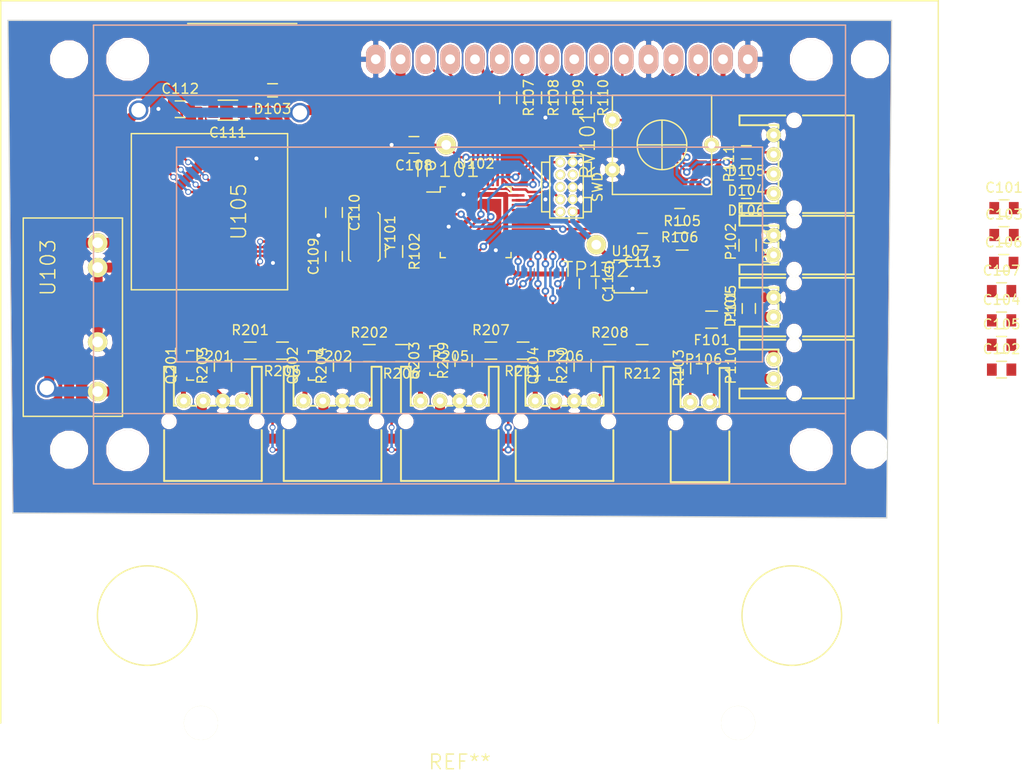
<source format=kicad_pcb>
(kicad_pcb (version 4) (host pcbnew 0.201507280910+6003~25~ubuntu14.04.1-product)
  (layers (0 F.Cu signal) (31 B.Cu signal) (34 B.Paste user) (35 F.Paste user) (36 B.SilkS user) (37 F.SilkS user) (38 B.Mask user) (39 F.Mask user) (44 Edge.Cuts user))
  (net 0 "")
  (net 1 +3V3)
  (net 2 GND)
  (net 3 +BATT)
  (net 4 /nRST)
  (net 5 "Net-(D101-Pad1)")
  (net 6 "Net-(D103-Pad2)")
  (net 7 /ARM_SW)
  (net 8 "Net-(P106-Pad2)")
  (net 9 +5V)
  (net 10 "Net-(P201-Pad4)")
  (net 11 "Net-(P205-Pad4)")
  (net 12 "Net-(Q201-Pad1)")
  (net 13 "Net-(Q202-Pad1)")
  (net 14 "Net-(Q203-Pad1)")
  (net 15 "Net-(Q204-Pad1)")
  (net 16 /BATT_MON)
  (net 17 "Net-(RV101-Pad2)")
  (net 18 /SWDIO)
  (net 19 /SWDCLK)
  (net 20 "Net-(C109-Pad1)")
  (net 21 "Net-(C110-Pad1)")
  (net 22 /DISARM_LED)
  (net 23 "Net-(P202-Pad4)")
  (net 24 "Net-(P206-Pad4)")
  (net 25 "Net-(R102-Pad1)")
  (net 26 /ARM_LED)
  (net 27 "Net-(R107-Pad1)")
  (net 28 "Net-(R108-Pad1)")
  (net 29 "Net-(R109-Pad1)")
  (net 30 "Net-(R110-Pad1)")
  (net 31 /controls/CH1_LED)
  (net 32 /controls/CH2_LED)
  (net 33 /controls/CH3_LED)
  (net 34 /controls/CH4_LED)
  (net 35 /RFM_MISO)
  (net 36 /RFM_MOSI)
  (net 37 /RFM_SCK)
  (net 38 /RFM_NSS)
  (net 39 /RFM_RESET)
  (net 40 /RFM_DIO5)
  (net 41 /RFM_DIO3)
  (net 42 /RFM_DIO4)
  (net 43 /RFM_DIO0)
  (net 44 /RFM_DIO1)
  (net 45 /RFM_DIO2)
  (net 46 /LCD_RS)
  (net 47 /LCD_E)
  (net 48 /LCD_DB4)
  (net 49 /LCD_DB5)
  (net 50 /LCD_DB6)
  (net 51 /LCD_DB7)
  (net 52 "Net-(F101-Pad1)")
  (net 53 /controls/CH1_SW)
  (net 54 /controls/CH2_SW)
  (net 55 /controls/CH3_SW)
  (net 56 /controls/CH4_SW)
  (net 57 "Net-(D104-Pad1)")
  (net 58 "Net-(D105-Pad1)")
  (module Capacitors_SMD:C_0805 (layer F.Cu) (at 86.36 62.992 270)
    (fp_text reference C114 (at 0 -2.1 270) (layer F.SilkS))
    (fp_text value 2u2)
    (pad 1 smd rect (at -1 0 270) (size 1 1.25) (layers F.Cu F.Paste F.Mask) (net 1 +3V3))
    (pad 2 smd rect (at 1 0 270) (size 1 1.25) (layers F.Cu F.Paste F.Mask) (net 2 GND))
  )
  (module Capacitors_SMD:C_0805 (layer F.Cu) (at 91.98 58.674 180)
    (fp_text reference C113 (at 0 -2.1 180) (layer F.SilkS))
    (fp_text value 2u2)
    (pad 1 smd rect (at -1 0 180) (size 1 1.25) (layers F.Cu F.Paste F.Mask) (net 3 +BATT))
    (pad 2 smd rect (at 1 0 180) (size 1 1.25) (layers F.Cu F.Paste F.Mask) (net 2 GND))
  )
  (module Capacitors_SMD:C_0805 (layer F.Cu) (at 129 55.25)
    (fp_text reference C101 (at 0 -2.1) (layer F.SilkS))
    (fp_text value 100n)
    (pad 1 smd rect (at -1 0) (size 1 1.25) (layers F.Cu F.Paste F.Mask) (net 1 +3V3))
    (pad 2 smd rect (at 1 0) (size 1 1.25) (layers F.Cu F.Paste F.Mask) (net 2 GND))
  )
  (module Capacitors_SMD:C_0805 (layer F.Cu) (at 128.752571 71.7955)
    (fp_text reference C102 (at 0 -2.1) (layer F.SilkS))
    (fp_text value 100n)
    (pad 1 smd rect (at -1 0) (size 1 1.25) (layers F.Cu F.Paste F.Mask) (net 1 +3V3))
    (pad 2 smd rect (at 1 0) (size 1 1.25) (layers F.Cu F.Paste F.Mask) (net 2 GND))
  )
  (module Capacitors_SMD:C_0805 (layer F.Cu) (at 129 58)
    (fp_text reference C103 (at 0 -2.1) (layer F.SilkS))
    (fp_text value 4u7)
    (pad 1 smd rect (at -1 0) (size 1 1.25) (layers F.Cu F.Paste F.Mask) (net 1 +3V3))
    (pad 2 smd rect (at 1 0) (size 1 1.25) (layers F.Cu F.Paste F.Mask) (net 2 GND))
  )
  (module Capacitors_SMD:C_0805 (layer F.Cu) (at 128.75 66.75)
    (fp_text reference C104 (at 0 -2.1) (layer F.SilkS))
    (fp_text value 100n)
    (pad 1 smd rect (at -1 0) (size 1 1.25) (layers F.Cu F.Paste F.Mask) (net 1 +3V3))
    (pad 2 smd rect (at 1 0) (size 1 1.25) (layers F.Cu F.Paste F.Mask) (net 2 GND))
  )
  (module Capacitors_SMD:C_0805 (layer F.Cu) (at 68.58 48.768 180)
    (fp_text reference C108 (at 0 -2.1 180) (layer F.SilkS))
    (fp_text value 100n)
    (pad 1 smd rect (at -1 0 180) (size 1 1.25) (layers F.Cu F.Paste F.Mask) (net 4 /nRST))
    (pad 2 smd rect (at 1 0 180) (size 1 1.25) (layers F.Cu F.Paste F.Mask) (net 2 GND))
  )
  (module Capacitors_SMD:C_0805 (layer F.Cu) (at 128.75 69.25)
    (fp_text reference C105 (at 0 -2.1) (layer F.SilkS))
    (fp_text value 4u7)
    (pad 1 smd rect (at -1 0) (size 1 1.25) (layers F.Cu F.Paste F.Mask) (net 1 +3V3))
    (pad 2 smd rect (at 1 0) (size 1 1.25) (layers F.Cu F.Paste F.Mask) (net 2 GND))
  )
  (module Capacitors_SMD:C_0805 (layer F.Cu) (at 128.972571 60.8555)
    (fp_text reference C106 (at 0 -2.1) (layer F.SilkS))
    (fp_text value 10n)
    (pad 1 smd rect (at -1 0) (size 1 1.25) (layers F.Cu F.Paste F.Mask) (net 1 +3V3))
    (pad 2 smd rect (at 1 0) (size 1 1.25) (layers F.Cu F.Paste F.Mask) (net 2 GND))
  )
  (module Capacitors_SMD:C_0805 (layer F.Cu) (at 128.75 63.75)
    (fp_text reference C107 (at 0 -2.1) (layer F.SilkS))
    (fp_text value 1u)
    (pad 1 smd rect (at -1 0) (size 1 1.25) (layers F.Cu F.Paste F.Mask) (net 1 +3V3))
    (pad 2 smd rect (at 1 0) (size 1 1.25) (layers F.Cu F.Paste F.Mask) (net 2 GND))
  )
  (module Capacitors_SMD:C_0805 (layer F.Cu) (at 60.398 60.198 90)
    (fp_text reference C109 (at 0 -2.1 90) (layer F.SilkS))
    (fp_text value 15p)
    (pad 1 smd rect (at -1 0 90) (size 1 1.25) (layers F.Cu F.Paste F.Mask) (net 20 "Net-(C109-Pad1)"))
    (pad 2 smd rect (at 1 0 90) (size 1 1.25) (layers F.Cu F.Paste F.Mask) (net 2 GND))
  )
  (module Capacitors_SMD:C_0805 (layer F.Cu) (at 60.398 55.698 270)
    (fp_text reference C110 (at 0 -2.1 270) (layer F.SilkS))
    (fp_text value 15p)
    (pad 1 smd rect (at -1 0 270) (size 1 1.25) (layers F.Cu F.Paste F.Mask) (net 21 "Net-(C110-Pad1)"))
    (pad 2 smd rect (at 1 0 270) (size 1 1.25) (layers F.Cu F.Paste F.Mask) (net 2 GND))
  )
  (module Capacitors_SMD:C_1206 (layer F.Cu) (at 49.53 45.212 180)
    (fp_text reference C111 (at 0 -2.3 180) (layer F.SilkS))
    (fp_text value 100u)
    (pad 1 smd rect (at -1.5 0 180) (size 1 1.6) (layers F.Cu F.Paste F.Mask) (net 2 GND))
    (pad 2 smd rect (at 1.5 0 180) (size 1 1.6) (layers F.Cu F.Paste F.Mask) (net 1 +3V3))
  )
  (module Capacitors_SMD:C_0805 (layer F.Cu) (at 44.644 45.115)
    (fp_text reference C112 (at 0 -2.1) (layer F.SilkS))
    (fp_text value 100n)
    (pad 1 smd rect (at -1 0) (size 1 1.25) (layers F.Cu F.Paste F.Mask) (net 2 GND))
    (pad 2 smd rect (at 1 0) (size 1 1.25) (layers F.Cu F.Paste F.Mask) (net 1 +3V3))
  )
  (module Resistors_SMD:R_0603 (layer F.Cu) (at 102.87 65.532 90)
    (fp_text reference D101 (at 0 -1.9 90) (layer F.SilkS))
    (fp_text value TVS_small)
    (pad 1 smd rect (at -0.75 0 90) (size 0.5 0.9) (layers F.Cu F.Paste F.Mask) (net 5 "Net-(D101-Pad1)"))
    (pad 2 smd rect (at 0.75 0 90) (size 0.5 0.9) (layers F.Cu F.Paste F.Mask) (net 2 GND))
  )
  (module Resistors_SMD:R_0603 (layer F.Cu) (at 54.102 43.18 180)
    (fp_text reference D103 (at 0 -1.9 180) (layer F.SilkS))
    (fp_text value TVS_small)
    (pad 1 smd rect (at -0.75 0 180) (size 0.5 0.9) (layers F.Cu F.Paste F.Mask) (net 2 GND))
    (pad 2 smd rect (at 0.75 0 180) (size 0.5 0.9) (layers F.Cu F.Paste F.Mask) (net 6 "Net-(D103-Pad2)"))
  )
  (module common:JST-PA-2 (layer F.Cu) (at 105.41 64.389 270)
    (fp_text reference P105 (at 0.64 4.38 270) (layer F.SilkS))
    (fp_text value BATT hide)
    (pad 1 thru_hole circle (at 0 0 270) (size 1.5 1.5) (drill 0.7) (layers *.Cu *.Mask F.SilkS) (net 2 GND))
    (pad 2 thru_hole circle (at 2 0 270) (size 1.5 1.5) (drill 0.7) (layers *.Cu *.Mask F.SilkS) (net 5 "Net-(D101-Pad1)"))
    (pad "" np_thru_hole circle (at -1.5 -2.1 270) (size 1.2 1.2) (drill 1.2) (layers *.Cu *.Mask F.SilkS))
    (pad "" np_thru_hole circle (at 3.5 -2.1 270) (size 1.2 1.2) (drill 1.2) (layers *.Cu *.Mask F.SilkS))
  )
  (module common:JST-PA-2 (layer F.Cu) (at 105.41 58.039 270)
    (fp_text reference P102 (at 0.64 4.38 270) (layer F.SilkS))
    (fp_text value KEYSW hide)
    (pad 1 thru_hole circle (at 0 0 270) (size 1.5 1.5) (drill 0.7) (layers *.Cu *.Mask F.SilkS) (net 2 GND))
    (pad 2 thru_hole circle (at 2 0 270) (size 1.5 1.5) (drill 0.7) (layers *.Cu *.Mask F.SilkS) (net 7 /ARM_SW))
    (pad "" np_thru_hole circle (at -1.5 -2.1 270) (size 1.2 1.2) (drill 1.2) (layers *.Cu *.Mask F.SilkS))
    (pad "" np_thru_hole circle (at 3.5 -2.1 270) (size 1.2 1.2) (drill 1.2) (layers *.Cu *.Mask F.SilkS))
  )
  (module common:SMA-142-0701-801 (layer F.Cu) (at 51 39)
    (fp_text reference P108 hide)
    (fp_text value SMA hide)
    (pad 1 smd rect (at 0 0) (size 2.286 5.08) (layers F.Cu F.Mask) (net 6 "Net-(D103-Pad2)"))
    (pad 2 smd rect (at -4.3815 0) (size 2.413 5.08) (layers F.Cu F.Mask) (net 2 GND))
    (pad 3 smd rect (at 4.3815 0) (size 2.413 5.08) (layers F.Cu F.Mask) (net 2 GND))
    (pad 4 smd rect (at -4.3815 0) (size 2.413 5.08) (layers B.Cu B.Mask) (net 2 GND))
    (pad 5 smd rect (at 4.3815 0) (size 2.413 5.08) (layers B.Cu B.Mask) (net 2 GND))
  )
  (module common:JST-PA-4 (layer F.Cu) (at 51 75 180)
    (fp_text reference P201 (at 2.93 4.57 180) (layer F.SilkS))
    (fp_text value CH1 hide)
    (pad 1 thru_hole circle (at 0 0 180) (size 1.5 1.5) (drill 0.7) (layers *.Cu *.Mask F.SilkS) (net 53 /controls/CH1_SW))
    (pad 2 thru_hole circle (at 2 0 180) (size 1.5 1.5) (drill 0.7) (layers *.Cu *.Mask F.SilkS) (net 2 GND))
    (pad 3 thru_hole circle (at 4 0 180) (size 1.5 1.5) (drill 0.7) (layers *.Cu *.Mask F.SilkS) (net 9 +5V))
    (pad 4 thru_hole circle (at 6 0 180) (size 1.5 1.5) (drill 0.7) (layers *.Cu *.Mask F.SilkS) (net 10 "Net-(P201-Pad4)"))
    (pad "" np_thru_hole circle (at -1.5 -2.1 180) (size 1.2 1.2) (drill 1.2) (layers *.Cu *.Mask F.SilkS))
    (pad "" np_thru_hole circle (at 7.5 -2.1 180) (size 1.2 1.2) (drill 1.2) (layers *.Cu *.Mask F.SilkS))
  )
  (module common:JST-PA-4 (layer F.Cu) (at 75.25 75 180)
    (fp_text reference P205 (at 2.93 4.57 180) (layer F.SilkS))
    (fp_text value CH3 hide)
    (pad 1 thru_hole circle (at 0 0 180) (size 1.5 1.5) (drill 0.7) (layers *.Cu *.Mask F.SilkS) (net 55 /controls/CH3_SW))
    (pad 2 thru_hole circle (at 2 0 180) (size 1.5 1.5) (drill 0.7) (layers *.Cu *.Mask F.SilkS) (net 2 GND))
    (pad 3 thru_hole circle (at 4 0 180) (size 1.5 1.5) (drill 0.7) (layers *.Cu *.Mask F.SilkS) (net 9 +5V))
    (pad 4 thru_hole circle (at 6 0 180) (size 1.5 1.5) (drill 0.7) (layers *.Cu *.Mask F.SilkS) (net 11 "Net-(P205-Pad4)"))
    (pad "" np_thru_hole circle (at -1.5 -2.1 180) (size 1.2 1.2) (drill 1.2) (layers *.Cu *.Mask F.SilkS))
    (pad "" np_thru_hole circle (at 7.5 -2.1 180) (size 1.2 1.2) (drill 1.2) (layers *.Cu *.Mask F.SilkS))
  )
  (module common:JST-PA-4 (layer F.Cu) (at 63.25 75 180)
    (fp_text reference P202 (at 2.93 4.57 180) (layer F.SilkS))
    (fp_text value CH2 hide)
    (pad 1 thru_hole circle (at 0 0 180) (size 1.5 1.5) (drill 0.7) (layers *.Cu *.Mask F.SilkS) (net 54 /controls/CH2_SW))
    (pad 2 thru_hole circle (at 2 0 180) (size 1.5 1.5) (drill 0.7) (layers *.Cu *.Mask F.SilkS) (net 2 GND))
    (pad 3 thru_hole circle (at 4 0 180) (size 1.5 1.5) (drill 0.7) (layers *.Cu *.Mask F.SilkS) (net 9 +5V))
    (pad 4 thru_hole circle (at 6 0 180) (size 1.5 1.5) (drill 0.7) (layers *.Cu *.Mask F.SilkS) (net 23 "Net-(P202-Pad4)"))
    (pad "" np_thru_hole circle (at -1.5 -2.1 180) (size 1.2 1.2) (drill 1.2) (layers *.Cu *.Mask F.SilkS))
    (pad "" np_thru_hole circle (at 7.5 -2.1 180) (size 1.2 1.2) (drill 1.2) (layers *.Cu *.Mask F.SilkS))
  )
  (module common:JST-PA-4 (layer F.Cu) (at 87 75 180)
    (fp_text reference P206 (at 2.93 4.57 180) (layer F.SilkS))
    (fp_text value CH4 hide)
    (pad 1 thru_hole circle (at 0 0 180) (size 1.5 1.5) (drill 0.7) (layers *.Cu *.Mask F.SilkS) (net 56 /controls/CH4_SW))
    (pad 2 thru_hole circle (at 2 0 180) (size 1.5 1.5) (drill 0.7) (layers *.Cu *.Mask F.SilkS) (net 2 GND))
    (pad 3 thru_hole circle (at 4 0 180) (size 1.5 1.5) (drill 0.7) (layers *.Cu *.Mask F.SilkS) (net 9 +5V))
    (pad 4 thru_hole circle (at 6 0 180) (size 1.5 1.5) (drill 0.7) (layers *.Cu *.Mask F.SilkS) (net 24 "Net-(P206-Pad4)"))
    (pad "" np_thru_hole circle (at -1.5 -2.1 180) (size 1.2 1.2) (drill 1.2) (layers *.Cu *.Mask F.SilkS))
    (pad "" np_thru_hole circle (at 7.5 -2.1 180) (size 1.2 1.2) (drill 1.2) (layers *.Cu *.Mask F.SilkS))
  )
  (module Housings_SOT-23_SOT-143_TSOT-6:SOT-23 (layer F.Cu) (at 45.974 71.374 90)
    (fp_text reference Q201 (at 0 -2.25 90) (layer F.SilkS))
    (fp_text value BSS138BK)
    (pad 1 smd rect (at -0.95 1.00076 90) (size 0.8001 0.8001) (layers F.Cu F.Paste F.Mask) (net 12 "Net-(Q201-Pad1)"))
    (pad 2 smd rect (at 0.95 1.00076 90) (size 0.8001 0.8001) (layers F.Cu F.Paste F.Mask) (net 2 GND))
    (pad 3 smd rect (at 0 -0.99822 90) (size 0.8001 0.8001) (layers F.Cu F.Paste F.Mask) (net 10 "Net-(P201-Pad4)"))
  )
  (module Housings_SOT-23_SOT-143_TSOT-6:SOT-23 (layer F.Cu) (at 70.866 70.866 90)
    (fp_text reference Q203 (at 0 -2.25 90) (layer F.SilkS))
    (fp_text value BSS138BK)
    (pad 1 smd rect (at -0.95 1.00076 90) (size 0.8001 0.8001) (layers F.Cu F.Paste F.Mask) (net 14 "Net-(Q203-Pad1)"))
    (pad 2 smd rect (at 0.95 1.00076 90) (size 0.8001 0.8001) (layers F.Cu F.Paste F.Mask) (net 2 GND))
    (pad 3 smd rect (at 0 -0.99822 90) (size 0.8001 0.8001) (layers F.Cu F.Paste F.Mask) (net 11 "Net-(P205-Pad4)"))
  )
  (module Housings_SOT-23_SOT-143_TSOT-6:SOT-23 (layer F.Cu) (at 58.42 71.374 90)
    (fp_text reference Q202 (at 0 -2.25 90) (layer F.SilkS))
    (fp_text value BSS138BK)
    (pad 1 smd rect (at -0.95 1.00076 90) (size 0.8001 0.8001) (layers F.Cu F.Paste F.Mask) (net 13 "Net-(Q202-Pad1)"))
    (pad 2 smd rect (at 0.95 1.00076 90) (size 0.8001 0.8001) (layers F.Cu F.Paste F.Mask) (net 2 GND))
    (pad 3 smd rect (at 0 -0.99822 90) (size 0.8001 0.8001) (layers F.Cu F.Paste F.Mask) (net 23 "Net-(P202-Pad4)"))
  )
  (module Housings_SOT-23_SOT-143_TSOT-6:SOT-23 (layer F.Cu) (at 83.058 71.374 90)
    (fp_text reference Q204 (at 0 -2.25 90) (layer F.SilkS))
    (fp_text value BSS138BK)
    (pad 1 smd rect (at -0.95 1.00076 90) (size 0.8001 0.8001) (layers F.Cu F.Paste F.Mask) (net 15 "Net-(Q204-Pad1)"))
    (pad 2 smd rect (at 0.95 1.00076 90) (size 0.8001 0.8001) (layers F.Cu F.Paste F.Mask) (net 2 GND))
    (pad 3 smd rect (at 0 -0.99822 90) (size 0.8001 0.8001) (layers F.Cu F.Paste F.Mask) (net 24 "Net-(P206-Pad4)"))
  )
  (module Resistors_SMD:R_0805 (layer F.Cu) (at 96.044 58.674)
    (fp_text reference R105 (at 0 -2.1) (layer F.SilkS))
    (fp_text value 3k3)
    (pad 1 smd rect (at -0.95 0) (size 0.7 1.3) (layers F.Cu F.Paste F.Mask) (net 3 +BATT))
    (pad 2 smd rect (at 0.95 0) (size 0.7 1.3) (layers F.Cu F.Paste F.Mask) (net 16 /BATT_MON))
  )
  (module Resistors_SMD:R_0805 (layer F.Cu) (at 102.743 59.055 270)
    (fp_text reference R101 (at 0 -2.1 270) (layer F.SilkS))
    (fp_text value 10k)
    (pad 1 smd rect (at -0.95 0 270) (size 0.7 1.3) (layers F.Cu F.Paste F.Mask) (net 1 +3V3))
    (pad 2 smd rect (at 0.95 0 270) (size 0.7 1.3) (layers F.Cu F.Paste F.Mask) (net 7 /ARM_SW))
  )
  (module Capacitors_SMD:C_0805 (layer F.Cu) (at 95.79 56.134 180)
    (fp_text reference R106 (at 0 -2.1 180) (layer F.SilkS))
    (fp_text value 10k)
    (pad 1 smd rect (at -1 0 180) (size 1 1.25) (layers F.Cu F.Paste F.Mask) (net 16 /BATT_MON))
    (pad 2 smd rect (at 1 0 180) (size 1 1.25) (layers F.Cu F.Paste F.Mask) (net 2 GND))
  )
  (module Resistors_SMD:R_0805 (layer F.Cu) (at 97.79 71.628 90)
    (fp_text reference R103 (at 0 -2.1 90) (layer F.SilkS))
    (fp_text value 75R)
    (pad 1 smd rect (at -0.95 0 90) (size 0.7 1.3) (layers F.Cu F.Paste F.Mask) (net 8 "Net-(P106-Pad2)"))
    (pad 2 smd rect (at 0.95 0 90) (size 0.7 1.3) (layers F.Cu F.Paste F.Mask) (net 26 /ARM_LED))
  )
  (module Resistors_SMD:R_0805 (layer F.Cu) (at 66.548 59.69 270)
    (fp_text reference R102 (at 0 -2.1 270) (layer F.SilkS))
    (fp_text value 100R)
    (pad 1 smd rect (at -0.95 0 270) (size 0.7 1.3) (layers F.Cu F.Paste F.Mask) (net 25 "Net-(R102-Pad1)"))
    (pad 2 smd rect (at 0.95 0 270) (size 0.7 1.3) (layers F.Cu F.Paste F.Mask) (net 20 "Net-(C109-Pad1)"))
  )
  (module Resistors_SMD:R_0805 (layer F.Cu) (at 55.118 69.85 180)
    (fp_text reference R205 (at 0 -2.1 180) (layer F.SilkS))
    (fp_text value 10k)
    (pad 1 smd rect (at -0.95 0 180) (size 0.7 1.3) (layers F.Cu F.Paste F.Mask) (net 1 +3V3))
    (pad 2 smd rect (at 0.95 0 180) (size 0.7 1.3) (layers F.Cu F.Paste F.Mask) (net 53 /controls/CH1_SW))
  )
  (module Resistors_SMD:R_0805 (layer F.Cu) (at 79.756 69.85 180)
    (fp_text reference R211 (at 0 -2.1 180) (layer F.SilkS))
    (fp_text value 10k)
    (pad 1 smd rect (at -0.95 0 180) (size 0.7 1.3) (layers F.Cu F.Paste F.Mask) (net 1 +3V3))
    (pad 2 smd rect (at 0.95 0 180) (size 0.7 1.3) (layers F.Cu F.Paste F.Mask) (net 55 /controls/CH3_SW))
  )
  (module Resistors_SMD:R_0805 (layer F.Cu) (at 51.816 69.85)
    (fp_text reference R201 (at 0 -2.1) (layer F.SilkS))
    (fp_text value 180R)
    (pad 1 smd rect (at -0.95 0) (size 0.7 1.3) (layers F.Cu F.Paste F.Mask) (net 12 "Net-(Q201-Pad1)"))
    (pad 2 smd rect (at 0.95 0) (size 0.7 1.3) (layers F.Cu F.Paste F.Mask) (net 31 /controls/CH1_LED))
  )
  (module Resistors_SMD:R_0805 (layer F.Cu) (at 76.454 69.85)
    (fp_text reference R207 (at 0 -2.1) (layer F.SilkS))
    (fp_text value 180R)
    (pad 1 smd rect (at -0.95 0) (size 0.7 1.3) (layers F.Cu F.Paste F.Mask) (net 14 "Net-(Q203-Pad1)"))
    (pad 2 smd rect (at 0.95 0) (size 0.7 1.3) (layers F.Cu F.Paste F.Mask) (net 33 /controls/CH3_LED))
  )
  (module Resistors_SMD:R_0805 (layer F.Cu) (at 49.022 71.374 90)
    (fp_text reference R203 (at 0 -2.1 90) (layer F.SilkS))
    (fp_text value 100k)
    (pad 1 smd rect (at -0.95 0 90) (size 0.7 1.3) (layers F.Cu F.Paste F.Mask) (net 12 "Net-(Q201-Pad1)"))
    (pad 2 smd rect (at 0.95 0 90) (size 0.7 1.3) (layers F.Cu F.Paste F.Mask) (net 2 GND))
  )
  (module Resistors_SMD:R_0805 (layer F.Cu) (at 73.66 70.866 90)
    (fp_text reference R209 (at 0 -2.1 90) (layer F.SilkS))
    (fp_text value 100k)
    (pad 1 smd rect (at -0.95 0 90) (size 0.7 1.3) (layers F.Cu F.Paste F.Mask) (net 14 "Net-(Q203-Pad1)"))
    (pad 2 smd rect (at 0.95 0 90) (size 0.7 1.3) (layers F.Cu F.Paste F.Mask) (net 2 GND))
  )
  (module Resistors_SMD:R_0805 (layer F.Cu) (at 67.31 70.104 180)
    (fp_text reference R206 (at 0 -2.1 180) (layer F.SilkS))
    (fp_text value 10k)
    (pad 1 smd rect (at -0.95 0 180) (size 0.7 1.3) (layers F.Cu F.Paste F.Mask) (net 1 +3V3))
    (pad 2 smd rect (at 0.95 0 180) (size 0.7 1.3) (layers F.Cu F.Paste F.Mask) (net 54 /controls/CH2_SW))
  )
  (module Resistors_SMD:R_0805 (layer F.Cu) (at 91.948 70.104 180)
    (fp_text reference R212 (at 0 -2.1 180) (layer F.SilkS))
    (fp_text value 10k)
    (pad 1 smd rect (at -0.95 0 180) (size 0.7 1.3) (layers F.Cu F.Paste F.Mask) (net 1 +3V3))
    (pad 2 smd rect (at 0.95 0 180) (size 0.7 1.3) (layers F.Cu F.Paste F.Mask) (net 56 /controls/CH4_SW))
  )
  (module Resistors_SMD:R_0805 (layer F.Cu) (at 64.008 70.104)
    (fp_text reference R202 (at 0 -2.1) (layer F.SilkS))
    (fp_text value 180R)
    (pad 1 smd rect (at -0.95 0) (size 0.7 1.3) (layers F.Cu F.Paste F.Mask) (net 13 "Net-(Q202-Pad1)"))
    (pad 2 smd rect (at 0.95 0) (size 0.7 1.3) (layers F.Cu F.Paste F.Mask) (net 32 /controls/CH2_LED))
  )
  (module Resistors_SMD:R_0805 (layer F.Cu) (at 88.646 70.104)
    (fp_text reference R208 (at 0 -2.1) (layer F.SilkS))
    (fp_text value 180R)
    (pad 1 smd rect (at -0.95 0) (size 0.7 1.3) (layers F.Cu F.Paste F.Mask) (net 15 "Net-(Q204-Pad1)"))
    (pad 2 smd rect (at 0.95 0) (size 0.7 1.3) (layers F.Cu F.Paste F.Mask) (net 34 /controls/CH4_LED))
  )
  (module Resistors_SMD:R_0805 (layer F.Cu) (at 61.214 71.374 90)
    (fp_text reference R204 (at 0 -2.1 90) (layer F.SilkS))
    (fp_text value 100k)
    (pad 1 smd rect (at -0.95 0 90) (size 0.7 1.3) (layers F.Cu F.Paste F.Mask) (net 13 "Net-(Q202-Pad1)"))
    (pad 2 smd rect (at 0.95 0 90) (size 0.7 1.3) (layers F.Cu F.Paste F.Mask) (net 2 GND))
  )
  (module Resistors_SMD:R_0805 (layer F.Cu) (at 85.852 71.374 90)
    (fp_text reference R210 (at 0 -2.1 90) (layer F.SilkS))
    (fp_text value 100k)
    (pad 1 smd rect (at -0.95 0 90) (size 0.7 1.3) (layers F.Cu F.Paste F.Mask) (net 15 "Net-(Q204-Pad1)"))
    (pad 2 smd rect (at 0.95 0 90) (size 0.7 1.3) (layers F.Cu F.Paste F.Mask) (net 2 GND))
  )
  (module control:bourns3386G (layer F.Cu) (at 93.98 48.768 270)
    (fp_text reference RV101 (at 0 7.62 270) (layer F.SilkS) (effects (font (size 1.5 1.5))))
    (fp_text value "20k LIN" hide)
    (pad 1 thru_hole circle (at -2.54 5.08 270) (size 1.524 1.524) (drill 0.762) (layers *.Cu *.Mask F.SilkS) (net 1 +3V3))
    (pad 3 thru_hole circle (at 2.54 5.08 270) (size 1.524 1.524) (drill 0.762) (layers *.Cu *.Mask F.SilkS) (net 2 GND))
    (pad 2 thru_hole circle (at 0 -5.08 270) (size 1.524 1.524) (drill 0.762) (layers *.Cu *.Mask F.SilkS) (net 17 "Net-(RV101-Pad2)"))
  )
  (module common:TESTPOINT (layer F.Cu) (at 87.25 59)
    (fp_text reference TP102 (at 0 2.54) (layer F.SilkS) (effects (font (size 1.5 1.5))))
    (fp_text value 3v3)
    (pad 1 thru_hole circle (at 0 0) (size 2 2) (drill 1) (layers *.Cu *.Mask F.SilkS) (net 1 +3V3))
  )
  (module common:TESTPOINT (layer F.Cu) (at 71.882 48.768)
    (fp_text reference TP101 (at 0 2.54) (layer F.SilkS) (effects (font (size 1.5 1.5))))
    (fp_text value nRST)
    (pad 1 thru_hole circle (at 0 0) (size 2 2) (drill 1) (layers *.Cu *.Mask F.SilkS) (net 4 /nRST))
  )
  (module Housings_SSOP:MSOP-8_3x3mm_Pitch0.65mm (layer F.Cu) (at 90.75 62.25)
    (fp_text reference U107 (at 0 -2.6) (layer F.SilkS))
    (fp_text value ADP3335)
    (pad 1 smd rect (at -2.2 -0.975) (size 1.45 0.45) (layers F.Cu F.Paste F.Mask) (net 1 +3V3))
    (pad 2 smd rect (at -2.2 -0.325) (size 1.45 0.45) (layers F.Cu F.Paste F.Mask) (net 1 +3V3))
    (pad 3 smd rect (at -2.2 0.325) (size 1.45 0.45) (layers F.Cu F.Paste F.Mask) (net 1 +3V3))
    (pad 4 smd rect (at -2.2 0.975) (size 1.45 0.45) (layers F.Cu F.Paste F.Mask) (net 2 GND))
    (pad 5 smd rect (at 2.2 0.975) (size 1.45 0.45) (layers F.Cu F.Paste F.Mask))
    (pad 6 smd rect (at 2.2 0.325) (size 1.45 0.45) (layers F.Cu F.Paste F.Mask) (net 3 +BATT))
    (pad 7 smd rect (at 2.2 -0.325) (size 1.45 0.45) (layers F.Cu F.Paste F.Mask) (net 3 +BATT))
    (pad 8 smd rect (at 2.2 -0.975) (size 1.45 0.45) (layers F.Cu F.Paste F.Mask) (net 3 +BATT))
  )
  (module control:LCD_MC42004A6W (layer B.Cu) (at 74.27 60 180)
    (fp_text reference U106 hide)
    (fp_text value LCD_HD44780 hide)
    (pad "" np_thru_hole circle (at -35 20 180) (size 4 4) (drill 4) (layers *.Cu *.Mask B.SilkS))
    (pad "" np_thru_hole circle (at -35 -20 180) (size 4 4) (drill 4) (layers *.Cu *.Mask B.SilkS))
    (pad "" np_thru_hole circle (at 35 -20 180) (size 4 4) (drill 4) (layers *.Cu *.Mask B.SilkS))
    (pad "" np_thru_hole circle (at 35 20 180) (size 4 4) (drill 4) (layers *.Cu *.Mask B.SilkS))
    (pad 1 thru_hole oval (at -28.5 20 180) (size 2 3) (drill 1) (layers *.Cu *.Mask B.SilkS) (net 2 GND))
    (pad 2 thru_hole oval (at -25.96 20 180) (size 2 3) (drill 1) (layers *.Cu *.Mask B.SilkS) (net 1 +3V3))
    (pad 3 thru_hole oval (at -23.42 20 180) (size 2 3) (drill 1) (layers *.Cu *.Mask B.SilkS) (net 17 "Net-(RV101-Pad2)"))
    (pad 4 thru_hole oval (at -20.88 20 180) (size 2 3) (drill 1) (layers *.Cu *.Mask B.SilkS) (net 46 /LCD_RS))
    (pad 5 thru_hole oval (at -18.34 20 180) (size 2 3) (drill 1) (layers *.Cu *.Mask B.SilkS) (net 2 GND))
    (pad 6 thru_hole oval (at -15.8 20 180) (size 2 3) (drill 1) (layers *.Cu *.Mask B.SilkS) (net 47 /LCD_E))
    (pad 7 thru_hole oval (at -13.26 20 180) (size 2 3) (drill 1) (layers *.Cu *.Mask B.SilkS) (net 30 "Net-(R110-Pad1)"))
    (pad 8 thru_hole oval (at -10.72 20 180) (size 2 3) (drill 1) (layers *.Cu *.Mask B.SilkS) (net 29 "Net-(R109-Pad1)"))
    (pad 9 thru_hole oval (at -8.18 20 180) (size 2 3) (drill 1) (layers *.Cu *.Mask B.SilkS) (net 28 "Net-(R108-Pad1)"))
    (pad 10 thru_hole oval (at -5.64 20 180) (size 2 3) (drill 1) (layers *.Cu *.Mask B.SilkS) (net 27 "Net-(R107-Pad1)"))
    (pad 11 thru_hole oval (at -3.1 20 180) (size 2 3) (drill 1) (layers *.Cu *.Mask B.SilkS) (net 48 /LCD_DB4))
    (pad 12 thru_hole oval (at -0.56 20 180) (size 2 3) (drill 1) (layers *.Cu *.Mask B.SilkS) (net 49 /LCD_DB5))
    (pad 13 thru_hole oval (at 1.98 20 180) (size 2 3) (drill 1) (layers *.Cu *.Mask B.SilkS) (net 50 /LCD_DB6))
    (pad 14 thru_hole oval (at 4.52 20 180) (size 2 3) (drill 1) (layers *.Cu *.Mask B.SilkS) (net 51 /LCD_DB7))
    (pad 15 thru_hole oval (at 7.06 20 180) (size 2 3) (drill 1) (layers *.Cu *.Mask B.SilkS) (net 9 +5V))
    (pad 16 thru_hole oval (at 9.6 20 180) (size 2 3) (drill 1) (layers *.Cu *.Mask B.SilkS) (net 2 GND))
  )
  (module Housings_QFP:LQFP-48_7x7mm_Pitch0.5mm (layer F.Cu) (at 74.898 56.698)
    (fp_text reference U102 (at 0 -6) (layer F.SilkS))
    (fp_text value STM32F071CBT6)
    (pad 1 smd rect (at -4.35 -2.75) (size 1.3 0.25) (layers F.Cu F.Paste F.Mask) (net 1 +3V3))
    (pad 2 smd rect (at -4.35 -2.25) (size 1.3 0.25) (layers F.Cu F.Paste F.Mask) (net 43 /RFM_DIO0))
    (pad 3 smd rect (at -4.35 -1.75) (size 1.3 0.25) (layers F.Cu F.Paste F.Mask) (net 44 /RFM_DIO1))
    (pad 4 smd rect (at -4.35 -1.25) (size 1.3 0.25) (layers F.Cu F.Paste F.Mask) (net 45 /RFM_DIO2))
    (pad 5 smd rect (at -4.35 -0.75) (size 1.3 0.25) (layers F.Cu F.Paste F.Mask) (net 21 "Net-(C110-Pad1)"))
    (pad 6 smd rect (at -4.35 -0.25) (size 1.3 0.25) (layers F.Cu F.Paste F.Mask) (net 25 "Net-(R102-Pad1)"))
    (pad 7 smd rect (at -4.35 0.25) (size 1.3 0.25) (layers F.Cu F.Paste F.Mask) (net 4 /nRST))
    (pad 8 smd rect (at -4.35 0.75) (size 1.3 0.25) (layers F.Cu F.Paste F.Mask) (net 2 GND))
    (pad 9 smd rect (at -4.35 1.25) (size 1.3 0.25) (layers F.Cu F.Paste F.Mask) (net 1 +3V3))
    (pad 10 smd rect (at -4.35 1.75) (size 1.3 0.25) (layers F.Cu F.Paste F.Mask) (net 57 "Net-(D104-Pad1)"))
    (pad 11 smd rect (at -4.35 2.25) (size 1.3 0.25) (layers F.Cu F.Paste F.Mask) (net 58 "Net-(D105-Pad1)"))
    (pad 12 smd rect (at -4.35 2.75) (size 1.3 0.25) (layers F.Cu F.Paste F.Mask) (net 40 /RFM_DIO5))
    (pad 13 smd rect (at -2.75 4.35 90) (size 1.3 0.25) (layers F.Cu F.Paste F.Mask) (net 39 /RFM_RESET))
    (pad 14 smd rect (at -2.25 4.35 90) (size 1.3 0.25) (layers F.Cu F.Paste F.Mask) (net 38 /RFM_NSS))
    (pad 15 smd rect (at -1.75 4.35 90) (size 1.3 0.25) (layers F.Cu F.Paste F.Mask) (net 37 /RFM_SCK))
    (pad 16 smd rect (at -1.25 4.35 90) (size 1.3 0.25) (layers F.Cu F.Paste F.Mask) (net 35 /RFM_MISO))
    (pad 17 smd rect (at -0.75 4.35 90) (size 1.3 0.25) (layers F.Cu F.Paste F.Mask) (net 36 /RFM_MOSI))
    (pad 18 smd rect (at -0.25 4.35 90) (size 1.3 0.25) (layers F.Cu F.Paste F.Mask) (net 31 /controls/CH1_LED))
    (pad 19 smd rect (at 0.25 4.35 90) (size 1.3 0.25) (layers F.Cu F.Paste F.Mask) (net 16 /BATT_MON))
    (pad 20 smd rect (at 0.75 4.35 90) (size 1.3 0.25) (layers F.Cu F.Paste F.Mask) (net 53 /controls/CH1_SW))
    (pad 21 smd rect (at 1.25 4.35 90) (size 1.3 0.25) (layers F.Cu F.Paste F.Mask) (net 32 /controls/CH2_LED))
    (pad 22 smd rect (at 1.75 4.35 90) (size 1.3 0.25) (layers F.Cu F.Paste F.Mask) (net 54 /controls/CH2_SW))
    (pad 23 smd rect (at 2.25 4.35 90) (size 1.3 0.25) (layers F.Cu F.Paste F.Mask) (net 2 GND))
    (pad 24 smd rect (at 2.75 4.35 90) (size 1.3 0.25) (layers F.Cu F.Paste F.Mask) (net 1 +3V3))
    (pad 25 smd rect (at 4.35 2.75) (size 1.3 0.25) (layers F.Cu F.Paste F.Mask) (net 33 /controls/CH3_LED))
    (pad 26 smd rect (at 4.35 2.25) (size 1.3 0.25) (layers F.Cu F.Paste F.Mask) (net 55 /controls/CH3_SW))
    (pad 27 smd rect (at 4.35 1.75) (size 1.3 0.25) (layers F.Cu F.Paste F.Mask) (net 34 /controls/CH4_LED))
    (pad 28 smd rect (at 4.35 1.25) (size 1.3 0.25) (layers F.Cu F.Paste F.Mask) (net 56 /controls/CH4_SW))
    (pad 29 smd rect (at 4.35 0.75) (size 1.3 0.25) (layers F.Cu F.Paste F.Mask) (net 26 /ARM_LED))
    (pad 30 smd rect (at 4.35 0.25) (size 1.3 0.25) (layers F.Cu F.Paste F.Mask) (net 22 /DISARM_LED))
    (pad 31 smd rect (at 4.35 -0.25) (size 1.3 0.25) (layers F.Cu F.Paste F.Mask) (net 7 /ARM_SW))
    (pad 32 smd rect (at 4.35 -0.75) (size 1.3 0.25) (layers F.Cu F.Paste F.Mask))
    (pad 33 smd rect (at 4.35 -1.25) (size 1.3 0.25) (layers F.Cu F.Paste F.Mask))
    (pad 34 smd rect (at 4.35 -1.75) (size 1.3 0.25) (layers F.Cu F.Paste F.Mask) (net 18 /SWDIO))
    (pad 35 smd rect (at 4.35 -2.25) (size 1.3 0.25) (layers F.Cu F.Paste F.Mask) (net 2 GND))
    (pad 36 smd rect (at 4.35 -2.75) (size 1.3 0.25) (layers F.Cu F.Paste F.Mask) (net 1 +3V3))
    (pad 37 smd rect (at 2.75 -4.35 90) (size 1.3 0.25) (layers F.Cu F.Paste F.Mask) (net 19 /SWDCLK))
    (pad 38 smd rect (at 2.25 -4.35 90) (size 1.3 0.25) (layers F.Cu F.Paste F.Mask) (net 46 /LCD_RS))
    (pad 39 smd rect (at 1.75 -4.35 90) (size 1.3 0.25) (layers F.Cu F.Paste F.Mask) (net 47 /LCD_E))
    (pad 40 smd rect (at 1.25 -4.35 90) (size 1.3 0.25) (layers F.Cu F.Paste F.Mask) (net 48 /LCD_DB4))
    (pad 41 smd rect (at 0.75 -4.35 90) (size 1.3 0.25) (layers F.Cu F.Paste F.Mask) (net 49 /LCD_DB5))
    (pad 42 smd rect (at 0.25 -4.35 90) (size 1.3 0.25) (layers F.Cu F.Paste F.Mask) (net 50 /LCD_DB6))
    (pad 43 smd rect (at -0.25 -4.35 90) (size 1.3 0.25) (layers F.Cu F.Paste F.Mask) (net 51 /LCD_DB7))
    (pad 44 smd rect (at -0.75 -4.35 90) (size 1.3 0.25) (layers F.Cu F.Paste F.Mask) (net 2 GND))
    (pad 45 smd rect (at -1.25 -4.35 90) (size 1.3 0.25) (layers F.Cu F.Paste F.Mask) (net 41 /RFM_DIO3))
    (pad 46 smd rect (at -1.75 -4.35 90) (size 1.3 0.25) (layers F.Cu F.Paste F.Mask) (net 42 /RFM_DIO4))
    (pad 47 smd rect (at -2.25 -4.35 90) (size 1.3 0.25) (layers F.Cu F.Paste F.Mask) (net 2 GND))
    (pad 48 smd rect (at -2.75 -4.35 90) (size 1.3 0.25) (layers F.Cu F.Paste F.Mask) (net 1 +3V3))
  )
  (module common:RFM95W (layer F.Cu) (at 47.644 55.615 90)
    (fp_text reference U105 (at 0 3 90) (layer F.SilkS) (effects (font (size 1.5 1.5))))
    (fp_text value RFM95W)
    (pad 1 smd rect (at -7 -7 90) (size 2.5 1) (drill (offset -0.25 0)) (layers F.Cu F.Paste F.Mask) (net 2 GND))
    (pad 2 smd rect (at -7 -5 90) (size 2.5 1) (drill (offset -0.25 0)) (layers F.Cu F.Paste F.Mask) (net 35 /RFM_MISO))
    (pad 3 smd rect (at -7 -3 90) (size 2.5 1) (drill (offset -0.25 0)) (layers F.Cu F.Paste F.Mask) (net 36 /RFM_MOSI))
    (pad 4 smd rect (at -7 -1 90) (size 2.5 1) (drill (offset -0.25 0)) (layers F.Cu F.Paste F.Mask) (net 37 /RFM_SCK))
    (pad 5 smd rect (at -7 1 90) (size 2.5 1) (drill (offset -0.25 0)) (layers F.Cu F.Paste F.Mask) (net 38 /RFM_NSS))
    (pad 6 smd rect (at -7 3 90) (size 2.5 1) (drill (offset -0.25 0)) (layers F.Cu F.Paste F.Mask) (net 39 /RFM_RESET))
    (pad 7 smd rect (at -7 5 90) (size 2.5 1) (drill (offset -0.25 0)) (layers F.Cu F.Paste F.Mask) (net 40 /RFM_DIO5))
    (pad 8 smd rect (at -7 7 90) (size 2.5 1) (drill (offset -0.25 0)) (layers F.Cu F.Paste F.Mask) (net 2 GND))
    (pad 9 smd rect (at 7 7 90) (size 2.5 1) (drill (offset 0.25 0)) (layers F.Cu F.Paste F.Mask) (net 6 "Net-(D103-Pad2)"))
    (pad 10 smd rect (at 7 5 90) (size 2.5 1) (drill (offset 0.25 0)) (layers F.Cu F.Paste F.Mask) (net 2 GND))
    (pad 11 smd rect (at 7 3 90) (size 2.5 1) (drill (offset 0.25 0)) (layers F.Cu F.Paste F.Mask) (net 41 /RFM_DIO3))
    (pad 12 smd rect (at 7 1 90) (size 2.5 1) (drill (offset 0.25 0)) (layers F.Cu F.Paste F.Mask) (net 42 /RFM_DIO4))
    (pad 13 smd rect (at 7 -1 90) (size 2.5 1) (drill (offset 0.25 0)) (layers F.Cu F.Paste F.Mask) (net 1 +3V3))
    (pad 14 smd rect (at 7 -3 90) (size 2.5 1) (drill (offset 0.25 0)) (layers F.Cu F.Paste F.Mask) (net 43 /RFM_DIO0))
    (pad 15 smd rect (at 7 -5 90) (size 2.5 1) (drill (offset 0.25 0)) (layers F.Cu F.Paste F.Mask) (net 44 /RFM_DIO1))
    (pad 16 smd rect (at 7 -7 90) (size 2.5 1) (drill (offset 0.25 0)) (layers F.Cu F.Paste F.Mask) (net 45 /RFM_DIO2))
  )
  (module common:FTSH-105-01-F-D-K (layer F.Cu) (at 83.566 55.626 90)
    (fp_text reference U101 hide)
    (fp_text value SWD (at 2.54 3.81 90) (layer F.SilkS))
    (pad 1 thru_hole circle (at 0 1.27 90) (size 1.016 1.016) (drill 0.635) (layers *.Cu *.Mask F.SilkS) (net 1 +3V3))
    (pad 2 thru_hole circle (at 0 0 90) (size 1.016 1.016) (drill 0.635) (layers *.Cu *.Mask F.SilkS) (net 18 /SWDIO))
    (pad 3 thru_hole circle (at 1.27 1.27 90) (size 1.016 1.016) (drill 0.635) (layers *.Cu *.Mask F.SilkS) (net 2 GND))
    (pad 4 thru_hole circle (at 1.27 0 90) (size 1.016 1.016) (drill 0.635) (layers *.Cu *.Mask F.SilkS) (net 19 /SWDCLK))
    (pad 5 thru_hole circle (at 2.54 1.27 90) (size 1.016 1.016) (drill 0.635) (layers *.Cu *.Mask F.SilkS) (net 2 GND))
    (pad 6 thru_hole circle (at 2.54 0 90) (size 1.016 1.016) (drill 0.635) (layers *.Cu *.Mask F.SilkS))
    (pad 7 thru_hole circle (at 3.81 1.27 90) (size 1.016 1.016) (drill 0.635) (layers *.Cu *.Mask F.SilkS))
    (pad 8 thru_hole circle (at 3.81 0 90) (size 1.016 1.016) (drill 0.635) (layers *.Cu *.Mask F.SilkS))
    (pad 9 thru_hole circle (at 5.08 1.27 90) (size 1.016 1.016) (drill 0.635) (layers *.Cu *.Mask F.SilkS) (net 2 GND))
    (pad 10 thru_hole circle (at 5.08 0 90) (size 1.016 1.016) (drill 0.635) (layers *.Cu *.Mask F.SilkS) (net 4 /nRST))
  )
  (module common:XTAL50x32 (layer F.Cu) (at 63.5 56.134 270)
    (fp_text reference Y101 (at 1.7 -2.65 270) (layer F.SilkS))
    (fp_text value 8MHz hide)
    (pad 1 smd rect (at 0 0 270) (size 2.3 2.5) (drill (offset -0.2 0)) (layers F.Cu F.Paste F.Mask) (net 21 "Net-(C110-Pad1)"))
    (pad 2 smd rect (at 4.1 0 270) (size 2.3 2.5) (drill (offset 0.2 0)) (layers F.Cu F.Paste F.Mask) (net 20 "Net-(C109-Pad1)"))
  )
  (module control:Hammond_1553T (layer F.Cu) (at 74.27 108)
    (fp_text reference REF** (at -1 4) (layer F.SilkS) (effects (font (size 1.5 1.5))))
    (fp_text value Hammond_1553T)
    (pad "" np_thru_hole circle (at -27.5 0) (size 3.5 3.5) (drill 3.5) (layers *.Cu *.Mask F.SilkS))
    (pad "" np_thru_hole circle (at 27.5 0) (size 3.5 3.5) (drill 3.5) (layers *.Cu *.Mask F.SilkS))
    (pad "" np_thru_hole circle (at -41 -28) (size 3.5 3.5) (drill 3.5) (layers *.Cu *.Mask F.SilkS))
    (pad "" np_thru_hole circle (at 41 -28) (size 3.5 3.5) (drill 3.5) (layers *.Cu *.Mask F.SilkS))
    (pad "" np_thru_hole circle (at -41 -68) (size 3.5 3.5) (drill 3.5) (layers *.Cu *.Mask F.SilkS))
    (pad "" np_thru_hole circle (at 41 -68) (size 3.5 3.5) (drill 3.5) (layers *.Cu *.Mask F.SilkS))
  )
  (module Resistors_SMD:R_0805 (layer F.Cu) (at 99.06 66.675 180)
    (fp_text reference F101 (at 0 -2.1 180) (layer F.SilkS))
    (fp_text value PTC)
    (pad 1 smd rect (at -0.95 0 180) (size 0.7 1.3) (layers F.Cu F.Paste F.Mask) (net 52 "Net-(F101-Pad1)"))
    (pad 2 smd rect (at 0.95 0 180) (size 0.7 1.3) (layers F.Cu F.Paste F.Mask) (net 3 +BATT))
  )
  (module control:MEJ2S0305SC (layer F.Cu) (at 36.195 58.801 270)
    (fp_text reference U103 (at 2.54 5.08 270) (layer F.SilkS) (effects (font (size 1.5 1.5))))
    (fp_text value MEJ2S0305SC)
    (pad 1 thru_hole circle (at 0 0 270) (size 2 2) (drill 1.1) (layers *.Cu *.Mask F.SilkS) (net 1 +3V3))
    (pad 2 thru_hole circle (at 2.54 0 270) (size 2 2) (drill 1.1) (layers *.Cu *.Mask F.SilkS) (net 2 GND))
    (pad 5 thru_hole circle (at 10.16 0 270) (size 2 2) (drill 1.1) (layers *.Cu *.Mask F.SilkS) (net 2 GND))
    (pad 7 thru_hole circle (at 15.24 0 270) (size 2 2) (drill 1.1) (layers *.Cu *.Mask F.SilkS) (net 9 +5V))
  )
  (module Resistors_SMD:R_0805 (layer F.Cu) (at 78.232 43.942 270)
    (fp_text reference R107 (at 0 -2.1 270) (layer F.SilkS))
    (fp_text value 10k)
    (pad 1 smd rect (at -0.95 0 270) (size 0.7 1.3) (layers F.Cu F.Paste F.Mask) (net 27 "Net-(R107-Pad1)"))
    (pad 2 smd rect (at 0.95 0 270) (size 0.7 1.3) (layers F.Cu F.Paste F.Mask) (net 2 GND))
  )
  (module Resistors_SMD:R_0805 (layer F.Cu) (at 80.772 43.942 270)
    (fp_text reference R108 (at 0 -2.1 270) (layer F.SilkS))
    (fp_text value 10k)
    (pad 1 smd rect (at -0.95 0 270) (size 0.7 1.3) (layers F.Cu F.Paste F.Mask) (net 28 "Net-(R108-Pad1)"))
    (pad 2 smd rect (at 0.95 0 270) (size 0.7 1.3) (layers F.Cu F.Paste F.Mask) (net 2 GND))
  )
  (module Resistors_SMD:R_0805 (layer F.Cu) (at 83.312 43.942 270)
    (fp_text reference R109 (at 0 -2.1 270) (layer F.SilkS))
    (fp_text value 10k)
    (pad 1 smd rect (at -0.95 0 270) (size 0.7 1.3) (layers F.Cu F.Paste F.Mask) (net 29 "Net-(R109-Pad1)"))
    (pad 2 smd rect (at 0.95 0 270) (size 0.7 1.3) (layers F.Cu F.Paste F.Mask) (net 2 GND))
  )
  (module Resistors_SMD:R_0805 (layer F.Cu) (at 85.852 43.942 270)
    (fp_text reference R110 (at 0 -2.1 270) (layer F.SilkS))
    (fp_text value 10k)
    (pad 1 smd rect (at -0.95 0 270) (size 0.7 1.3) (layers F.Cu F.Paste F.Mask) (net 30 "Net-(R110-Pad1)"))
    (pad 2 smd rect (at 0.95 0 270) (size 0.7 1.3) (layers F.Cu F.Paste F.Mask) (net 2 GND))
  )
  (module common:JST-PA-2 (layer F.Cu) (at 105.41 70.739 270)
    (fp_text reference P110 (at 0.64 4.38 270) (layer F.SilkS))
    (fp_text value POWER_SW hide)
    (pad 1 thru_hole circle (at 0 0 270) (size 1.5 1.5) (drill 0.7) (layers *.Cu *.Mask F.SilkS) (net 5 "Net-(D101-Pad1)"))
    (pad 2 thru_hole circle (at 2 0 270) (size 1.5 1.5) (drill 0.7) (layers *.Cu *.Mask F.SilkS) (net 52 "Net-(F101-Pad1)"))
    (pad "" np_thru_hole circle (at -1.5 -2.1 270) (size 1.2 1.2) (drill 1.2) (layers *.Cu *.Mask F.SilkS))
    (pad "" np_thru_hole circle (at 3.5 -2.1 270) (size 1.2 1.2) (drill 1.2) (layers *.Cu *.Mask F.SilkS))
  )
  (module common:JST-PA-2 (layer F.Cu) (at 98.875 75.125 180)
    (fp_text reference P106 (at 0.64 4.38 180) (layer F.SilkS))
    (fp_text value ARM_LED hide)
    (pad 1 thru_hole circle (at 0 0 180) (size 1.5 1.5) (drill 0.7) (layers *.Cu *.Mask F.SilkS) (net 22 /DISARM_LED))
    (pad 2 thru_hole circle (at 2 0 180) (size 1.5 1.5) (drill 0.7) (layers *.Cu *.Mask F.SilkS) (net 8 "Net-(P106-Pad2)"))
    (pad "" np_thru_hole circle (at -1.5 -2.1 180) (size 1.2 1.2) (drill 1.2) (layers *.Cu *.Mask F.SilkS))
    (pad "" np_thru_hole circle (at 3.5 -2.1 180) (size 1.2 1.2) (drill 1.2) (layers *.Cu *.Mask F.SilkS))
  )
  (module Resistors_SMD:R_0603 (layer F.Cu) (at 102.616 51.562 180)
    (fp_text reference D104 (at 0 -1.9 180) (layer F.SilkS))
    (fp_text value TVS_small)
    (pad 1 smd rect (at -0.75 0 180) (size 0.5 0.9) (layers F.Cu F.Paste F.Mask) (net 57 "Net-(D104-Pad1)"))
    (pad 2 smd rect (at 0.75 0 180) (size 0.5 0.9) (layers F.Cu F.Paste F.Mask) (net 2 GND))
  )
  (module common:JST-PA-4 (layer F.Cu) (at 105.41 47.752 270)
    (fp_text reference P111 (at 2.93 4.57 270) (layer F.SilkS))
    (fp_text value SERIAL hide)
    (pad 1 thru_hole circle (at 0 0 270) (size 1.5 1.5) (drill 0.7) (layers *.Cu *.Mask F.SilkS) (net 2 GND))
    (pad 2 thru_hole circle (at 2 0 270) (size 1.5 1.5) (drill 0.7) (layers *.Cu *.Mask F.SilkS) (net 58 "Net-(D105-Pad1)"))
    (pad 3 thru_hole circle (at 4 0 270) (size 1.5 1.5) (drill 0.7) (layers *.Cu *.Mask F.SilkS) (net 57 "Net-(D104-Pad1)"))
    (pad 4 thru_hole circle (at 6 0 270) (size 1.5 1.5) (drill 0.7) (layers *.Cu *.Mask F.SilkS) (net 1 +3V3))
    (pad "" np_thru_hole circle (at -1.5 -2.1 270) (size 1.2 1.2) (drill 1.2) (layers *.Cu *.Mask F.SilkS))
    (pad "" np_thru_hole circle (at 7.5 -2.1 270) (size 1.2 1.2) (drill 1.2) (layers *.Cu *.Mask F.SilkS))
  )
  (module Resistors_SMD:R_0603 (layer F.Cu) (at 102.616 49.53 180)
    (fp_text reference D105 (at 0 -1.9 180) (layer F.SilkS))
    (fp_text value TVS_small)
    (pad 1 smd rect (at -0.75 0 180) (size 0.5 0.9) (layers F.Cu F.Paste F.Mask) (net 58 "Net-(D105-Pad1)"))
    (pad 2 smd rect (at 0.75 0 180) (size 0.5 0.9) (layers F.Cu F.Paste F.Mask) (net 2 GND))
  )
  (module Resistors_SMD:R_0603 (layer F.Cu) (at 102.616 53.594 180)
    (fp_text reference D106 (at 0 -1.9 180) (layer F.SilkS))
    (fp_text value TVS_small)
    (pad 1 smd rect (at -0.75 0 180) (size 0.5 0.9) (layers F.Cu F.Paste F.Mask) (net 1 +3V3))
    (pad 2 smd rect (at 0.75 0 180) (size 0.5 0.9) (layers F.Cu F.Paste F.Mask) (net 2 GND))
  )
  (gr_line (start 117 87) (end 27.5 86.5) (angle 90) (layer Edge.Cuts) (width 0.1))
  (gr_line (start 27 36) (end 28.5 36) (angle 90) (layer Edge.Cuts) (width 0.1))
  (gr_line (start 27.5 86.5) (end 27 36) (angle 90) (layer Edge.Cuts) (width 0.1))
  (gr_line (start 117.5 36) (end 117 87) (angle 90) (layer Edge.Cuts) (width 0.1))
  (gr_line (start 28.5 36) (end 117.5 36) (angle 90) (layer Edge.Cuts) (width 0.1))
  (segment (start 94.875 72.375) (end 94.875 72.075) (width 0.25) (layer F.Cu) (net 0))
  (segment (start 103.366 53.594) (end 103.366 54.622) (width 0.508) (layer F.Cu) (net 1))
  (segment (start 102.616 55.372) (end 101.092 55.372) (width 0.508) (layer F.Cu) (net 1))
  (segment (start 103.366 54.622) (end 102.616 55.372) (width 0.508) (layer F.Cu) (net 1))
  (segment (start 103.366 53.594) (end 105.156 53.594) (width 0.508) (layer F.Cu) (net 1))
  (segment (start 105.156 53.594) (end 105.41 53.848) (width 0.508) (layer F.Cu) (net 1))
  (segment (start 105.41 53.848) (end 105.41 53.752) (width 0.508) (layer F.Cu) (net 1))
  (segment (start 99.568 50.038) (end 97.79 50.038) (width 0.254) (layer F.Cu) (net 1))
  (segment (start 93.98 46.228) (end 97.79 50.038) (width 0.254) (layer F.Cu) (net 1))
  (segment (start 93.98 46.228) (end 88.9 46.228) (width 0.254) (layer F.Cu) (net 1))
  (segment (start 100.23 40) (end 100.23 48.16) (width 0.508) (layer F.Cu) (net 1))
  (segment (start 97.028 52.578) (end 97.028 53.34) (width 0.508) (layer F.Cu) (net 1))
  (segment (start 100.33 49.276) (end 99.568 50.038) (width 0.508) (layer F.Cu) (net 1))
  (segment (start 99.568 50.038) (end 97.028 52.578) (width 0.508) (layer F.Cu) (net 1))
  (segment (start 100.33 48.26) (end 100.33 49.276) (width 0.508) (layer F.Cu) (net 1))
  (segment (start 100.23 48.16) (end 100.33 48.26) (width 0.508) (layer F.Cu) (net 1))
  (segment (start 72.898 57.658) (end 74.422 56.134) (width 0.508) (layer F.Cu) (net 1))
  (segment (start 70.548 57.948) (end 72.608 57.948) (width 0.254) (layer F.Cu) (net 1))
  (segment (start 72.608 57.948) (end 72.898 57.658) (width 0.254) (layer F.Cu) (net 1))
  (segment (start 74.422 55.118) (end 74.168 54.864) (width 0.508) (layer F.Cu) (net 1))
  (segment (start 74.422 56.134) (end 74.422 55.118) (width 0.508) (layer F.Cu) (net 1))
  (segment (start 101.092 55.372) (end 101.092 56.642) (width 0.254) (layer F.Cu) (net 1))
  (segment (start 101.092 56.642) (end 102.616 58.166) (width 0.254) (layer F.Cu) (net 1))
  (segment (start 102.616 58.166) (end 102.743 58.105) (width 0.254) (layer F.Cu) (net 1))
  (segment (start 79.248 53.948) (end 78.078 53.948) (width 0.254) (layer F.Cu) (net 1))
  (segment (start 78.078 53.948) (end 77.978 53.848) (width 0.254) (layer F.Cu) (net 1))
  (segment (start 97.028 53.34) (end 99.06 55.372) (width 0.508) (layer F.Cu) (net 1))
  (segment (start 99.06 55.372) (end 101.092 55.372) (width 0.508) (layer F.Cu) (net 1))
  (segment (start 91.186 53.594) (end 91.44 53.34) (width 0.508) (layer F.Cu) (net 1))
  (segment (start 91.44 53.34) (end 97.028 53.34) (width 0.508) (layer F.Cu) (net 1))
  (segment (start 84.836 55.626) (end 89.154 55.626) (width 0.508) (layer F.Cu) (net 1))
  (segment (start 89.154 55.626) (end 91.186 53.594) (width 0.508) (layer F.Cu) (net 1))
  (segment (start 77.978 53.848) (end 77.978 59.182) (width 0.508) (layer F.Cu) (net 1))
  (segment (start 77.978 59.182) (end 77.978 60.96) (width 0.508) (layer F.Cu) (net 1))
  (segment (start 72.136 53.594) (end 73.406 54.864) (width 0.508) (layer F.Cu) (net 1))
  (segment (start 75.184 53.848) (end 77.978 53.848) (width 0.508) (layer F.Cu) (net 1))
  (segment (start 74.168 54.864) (end 75.184 53.848) (width 0.508) (layer F.Cu) (net 1))
  (segment (start 73.406 54.864) (end 74.168 54.864) (width 0.508) (layer F.Cu) (net 1))
  (segment (start 102.616 58.166) (end 102.743 58.105) (width 0.254) (layer F.Cu) (net 1))
  (segment (start 99.06 81.28) (end 100.33 81.28) (width 1.016) (layer F.Cu) (net 1))
  (segment (start 84.598 61.992) (end 84.582 62.008) (width 1.016) (layer F.Cu) (net 1))
  (segment (start 84.582 62.008) (end 84.582 65.532) (width 1.016) (layer F.Cu) (net 1))
  (segment (start 84.582 65.532) (end 85.09 66.04) (width 1.016) (layer F.Cu) (net 1))
  (segment (start 85.09 66.04) (end 93.472 66.04) (width 1.016) (layer F.Cu) (net 1))
  (segment (start 93.472 66.04) (end 95.758 68.326) (width 1.016) (layer F.Cu) (net 1))
  (segment (start 95.758 68.326) (end 99.06 68.326) (width 1.016) (layer F.Cu) (net 1))
  (segment (start 99.06 81.28) (end 43.18 81.28) (width 1.016) (layer F.Cu) (net 1))
  (segment (start 43.18 81.28) (end 41.148 83.312) (width 1.016) (layer F.Cu) (net 1))
  (segment (start 41.148 83.312) (end 32.512 83.312) (width 1.016) (layer F.Cu) (net 1))
  (segment (start 32.512 83.312) (end 30.226 81.026) (width 1.016) (layer F.Cu) (net 1))
  (segment (start 30.226 81.026) (end 30.226 78.232) (width 1.016) (layer F.Cu) (net 1))
  (segment (start 30.226 78.232) (end 33.274 75.184) (width 1.016) (layer F.Cu) (net 1))
  (segment (start 33.274 75.184) (end 33.274 60.452) (width 1.016) (layer F.Cu) (net 1))
  (segment (start 33.274 60.452) (end 34.925 58.801) (width 1.016) (layer F.Cu) (net 1))
  (segment (start 36.195 58.801) (end 34.925 58.801) (width 1.016) (layer F.Cu) (net 1))
  (segment (start 84.598 61.992) (end 86.36 61.992) (width 1.016) (layer F.Cu) (net 1))
  (segment (start 101.854 71.12) (end 99.06 68.326) (width 1.016) (layer F.Cu) (net 1))
  (segment (start 101.854 79.756) (end 101.854 71.12) (width 1.016) (layer F.Cu) (net 1))
  (segment (start 100.33 81.28) (end 101.854 79.756) (width 1.016) (layer F.Cu) (net 1))
  (segment (start 84.836 55.626) (end 84.836 56.586) (width 0.508) (layer B.Cu) (net 1))
  (segment (start 84.836 56.586) (end 87.25 59) (width 0.508) (layer B.Cu) (net 1))
  (segment (start 80.518 62) (end 80.518 69.662) (width 0.254) (layer F.Cu) (net 1))
  (segment (start 80.518 69.662) (end 80.706 69.85) (width 0.254) (layer F.Cu) (net 1))
  (segment (start 87.25 59) (end 87.25 58.8) (width 0.508) (layer F.Cu) (net 1))
  (segment (start 80.706 69.85) (end 80.706 70.932) (width 0.254) (layer F.Cu) (net 1))
  (via (at 78.232 80.01) (size 0.762) (drill 0.4064) (layers F.Cu B.Cu) (net 1))
  (segment (start 78.232 77.724) (end 78.232 80.01) (width 0.254) (layer B.Cu) (net 1))
  (via (at 78.232 77.724) (size 0.762) (drill 0.4064) (layers F.Cu B.Cu) (net 1))
  (segment (start 78.232 73.406) (end 78.232 77.724) (width 0.254) (layer F.Cu) (net 1))
  (segment (start 80.706 70.932) (end 78.232 73.406) (width 0.254) (layer F.Cu) (net 1))
  (segment (start 88.55 61.925) (end 86.427 61.925) (width 0.508) (layer F.Cu) (net 1))
  (segment (start 86.427 61.925) (end 86.36 61.992) (width 0.508) (layer F.Cu) (net 1))
  (segment (start 86.352 62) (end 85.25 62) (width 0.508) (layer F.Cu) (net 1))
  (segment (start 83.82 62) (end 85.25 62) (width 0.508) (layer F.Cu) (net 1))
  (segment (start 83.82 62) (end 80.518 62) (width 0.508) (layer F.Cu) (net 1))
  (segment (start 80.518 62) (end 80.772 62) (width 0.508) (layer F.Cu) (net 1))
  (segment (start 86.352 62) (end 86.36 61.992) (width 0.508) (layer F.Cu) (net 1))
  (segment (start 92.898 70.104) (end 92.898 74.996) (width 0.254) (layer F.Cu) (net 1))
  (segment (start 92.898 74.996) (end 87.884 80.01) (width 0.254) (layer F.Cu) (net 1))
  (segment (start 87.884 80.01) (end 78.232 80.01) (width 0.254) (layer F.Cu) (net 1))
  (segment (start 70.866 80.01) (end 66.294 80.01) (width 0.254) (layer F.Cu) (net 1))
  (segment (start 78.232 80.01) (end 70.866 80.01) (width 0.254) (layer F.Cu) (net 1))
  (via (at 66.294 80.01) (size 0.6) (drill 0.4) (layers F.Cu B.Cu) (net 1))
  (segment (start 66.294 77.724) (end 66.294 80.01) (width 0.254) (layer B.Cu) (net 1))
  (via (at 66.294 77.724) (size 0.6) (drill 0.4) (layers F.Cu B.Cu) (net 1))
  (segment (start 66.294 77.724) (end 66.294 74.93) (width 0.254) (layer F.Cu) (net 1))
  (segment (start 66.294 74.93) (end 68.26 72.964) (width 0.254) (layer F.Cu) (net 1))
  (segment (start 68.26 70.104) (end 68.26 72.964) (width 0.254) (layer F.Cu) (net 1))
  (segment (start 56.068 69.85) (end 56.068 73.726) (width 0.254) (layer F.Cu) (net 1))
  (segment (start 56.068 73.726) (end 54.102 75.692) (width 0.254) (layer F.Cu) (net 1))
  (segment (start 54.102 75.692) (end 54.102 77.724) (width 0.254) (layer F.Cu) (net 1))
  (via (at 54.102 77.724) (size 0.6) (drill 0.4) (layers F.Cu B.Cu) (net 1))
  (segment (start 54.102 77.724) (end 54.102 80.01) (width 0.254) (layer B.Cu) (net 1))
  (via (at 54.102 80.01) (size 0.6) (drill 0.4) (layers F.Cu B.Cu) (net 1))
  (segment (start 54.102 80.01) (end 66.294 80.01) (width 0.254) (layer F.Cu) (net 1))
  (segment (start 46.736 45.212) (end 48.03 45.212) (width 0.508) (layer F.Cu) (net 1))
  (segment (start 46.644 48.615) (end 46.644 50.8) (width 1.016) (layer F.Cu) (net 1))
  (segment (start 46.644 50.8) (end 46.644 50.892) (width 1.016) (layer F.Cu) (net 1))
  (segment (start 46.644 50.892) (end 38.735 58.801) (width 1.016) (layer F.Cu) (net 1))
  (segment (start 38.735 58.801) (end 36.195 58.801) (width 1.016) (layer F.Cu) (net 1))
  (segment (start 70.648 53.848) (end 71.374 53.848) (width 0.254) (layer F.Cu) (net 1))
  (segment (start 71.628 53.594) (end 72.136 53.594) (width 0.508) (layer F.Cu) (net 1))
  (segment (start 71.628 53.594) (end 71.374 53.848) (width 0.508) (layer F.Cu) (net 1))
  (segment (start 70.648 53.848) (end 70.548 53.948) (width 0.254) (layer F.Cu) (net 1))
  (segment (start 72.136 52.36) (end 72.136 53.594) (width 0.254) (layer F.Cu) (net 1))
  (segment (start 72.136 52.36) (end 72.148 52.348) (width 0.254) (layer F.Cu) (net 1))
  (segment (start 77.736 60.96) (end 77.978 60.96) (width 0.254) (layer F.Cu) (net 1))
  (segment (start 79.018 62) (end 77.978 60.96) (width 0.508) (layer F.Cu) (net 1))
  (segment (start 79.502 62) (end 80.772 62) (width 0.508) (layer F.Cu) (net 1))
  (segment (start 79.018 62) (end 79.502 62) (width 0.508) (layer F.Cu) (net 1))
  (segment (start 80.772 62) (end 80.772 62) (width 0.508) (layer F.Cu) (net 1))
  (segment (start 77.736 60.96) (end 77.648 61.048) (width 0.254) (layer F.Cu) (net 1))
  (segment (start 36.322 58.801) (end 36.195 58.801) (width 1.016) (layer F.Cu) (net 1))
  (segment (start 87.25 59) (end 87.25 58.705) (width 0.254) (layer F.Cu) (net 1))
  (segment (start 88.55 61.275) (end 88.55 60.324) (width 0.508) (layer F.Cu) (net 1))
  (segment (start 88.55 60.324) (end 87.281 59.055) (width 0.508) (layer F.Cu) (net 1))
  (segment (start 87.281 59.055) (end 87.25 59) (width 0.508) (layer F.Cu) (net 1))
  (segment (start 88.55 62.575) (end 88.55 61.977) (width 0.254) (layer F.Cu) (net 1))
  (segment (start 88.55 61.977) (end 88.551 61.976) (width 0.254) (layer F.Cu) (net 1))
  (segment (start 88.551 61.976) (end 88.55 61.925) (width 0.254) (layer F.Cu) (net 1))
  (segment (start 88.55 61.275) (end 88.55 61.975) (width 0.508) (layer F.Cu) (net 1))
  (segment (start 88.55 61.975) (end 88.551 61.976) (width 0.508) (layer F.Cu) (net 1))
  (segment (start 88.551 61.976) (end 88.55 61.925) (width 0.508) (layer F.Cu) (net 1))
  (segment (start 88.527 62) (end 88.551 61.976) (width 0.508) (layer F.Cu) (net 1))
  (segment (start 88.551 61.976) (end 88.55 61.925) (width 0.508) (layer F.Cu) (net 1))
  (segment (start 46.736 45.115) (end 46.736 45.212) (width 0.508) (layer F.Cu) (net 1))
  (segment (start 46.736 45.212) (end 46.736 48.387) (width 0.508) (layer F.Cu) (net 1))
  (segment (start 46.736 48.387) (end 46.644 48.615) (width 0.508) (layer F.Cu) (net 1))
  (segment (start 45.644 45.115) (end 46.736 45.115) (width 0.508) (layer F.Cu) (net 1))
  (segment (start 46.644 47.865) (end 46.644 48.615) (width 0.25) (layer F.Cu) (net 1))
  (segment (start 88.5 62) (end 88.55 61.925) (width 0.25) (layer F.Cu) (net 1))
  (segment (start 88.5 62.5) (end 88.55 62.575) (width 0.25) (layer F.Cu) (net 1))
  (segment (start 88.55 61.95) (end 88.5 62) (width 0.25) (layer F.Cu) (net 1))
  (segment (start 88.5 62) (end 88.55 61.925) (width 0.25) (layer F.Cu) (net 1))
  (segment (start 47.722 45.115) (end 47.752 45.085) (width 0.508) (layer F.Cu) (net 1))
  (segment (start 47.752 45.085) (end 47.894 45.115) (width 0.508) (layer F.Cu) (net 1))
  (segment (start 105.41 53.848) (end 105.41 53.752) (width 0.254) (layer F.Cu) (net 1))
  (segment (start 79.248 54.448) (end 81.95 54.448) (width 0.254) (layer F.Cu) (net 2))
  (via (at 82.042 54.356) (size 0.762) (drill 0.4064) (layers F.Cu B.Cu) (net 2))
  (segment (start 81.95 54.448) (end 82.042 54.356) (width 0.254) (layer F.Cu) (net 2))
  (segment (start 67.58 48.768) (end 66.294 48.768) (width 0.254) (layer F.Cu) (net 2))
  (via (at 66.294 48.768) (size 0.762) (drill 0.4064) (layers F.Cu B.Cu) (net 2))
  (segment (start 105.41 64.389) (end 103.251 64.389) (width 1.016) (layer F.Cu) (net 2))
  (segment (start 103.251 64.389) (end 102.87 64.77) (width 1.016) (layer F.Cu) (net 2))
  (segment (start 102.87 64.77) (end 102.87 64.782) (width 1.016) (layer F.Cu) (net 2))
  (segment (start 82.042 44.892) (end 82.042 45.974) (width 0.254) (layer F.Cu) (net 2))
  (via (at 82.042 45.974) (size 0.762) (drill 0.4064) (layers F.Cu B.Cu) (net 2))
  (segment (start 85.852 44.892) (end 83.312 44.892) (width 0.254) (layer F.Cu) (net 2))
  (segment (start 83.312 44.892) (end 82.042 44.892) (width 0.254) (layer F.Cu) (net 2))
  (segment (start 82.042 44.892) (end 80.772 44.892) (width 0.254) (layer F.Cu) (net 2))
  (segment (start 80.772 44.892) (end 78.232 44.892) (width 0.254) (layer F.Cu) (net 2))
  (segment (start 86.36 63.992) (end 87.932 63.992) (width 0.508) (layer F.Cu) (net 2))
  (segment (start 87.932 63.992) (end 88.551 63.373) (width 0.508) (layer F.Cu) (net 2))
  (segment (start 88.551 63.373) (end 88.55 63.225) (width 0.508) (layer F.Cu) (net 2))
  (segment (start 84.05876 70.424) (end 85.852 70.424) (width 0.254) (layer F.Cu) (net 2))
  (segment (start 84.05876 70.424) (end 84.008 70.424) (width 0.508) (layer F.Cu) (net 2))
  (segment (start 84.008 70.424) (end 83.058 71.374) (width 0.508) (layer F.Cu) (net 2))
  (segment (start 83.058 71.374) (end 83.058 73.152) (width 0.508) (layer F.Cu) (net 2))
  (segment (start 83.058 73.152) (end 84.906 75) (width 0.508) (layer F.Cu) (net 2))
  (segment (start 84.906 75) (end 85 75) (width 0.508) (layer F.Cu) (net 2))
  (segment (start 71.86676 69.916) (end 73.66 69.916) (width 0.254) (layer F.Cu) (net 2))
  (segment (start 59.42076 70.424) (end 61.214 70.424) (width 0.254) (layer F.Cu) (net 2))
  (segment (start 49.022 70.424) (end 46.97476 70.424) (width 0.254) (layer F.Cu) (net 2))
  (segment (start 71.86676 69.916) (end 71.308 69.916) (width 0.508) (layer F.Cu) (net 2))
  (segment (start 71.91 73.66) (end 73.25 75) (width 0.508) (layer F.Cu) (net 2))
  (segment (start 71.882 73.66) (end 71.91 73.66) (width 0.508) (layer F.Cu) (net 2))
  (segment (start 70.866 72.644) (end 71.882 73.66) (width 0.508) (layer F.Cu) (net 2))
  (segment (start 70.866 70.358) (end 70.866 72.644) (width 0.508) (layer F.Cu) (net 2))
  (segment (start 71.308 69.916) (end 70.866 70.358) (width 0.508) (layer F.Cu) (net 2))
  (segment (start 59.42076 70.424) (end 59.116 70.424) (width 0.508) (layer F.Cu) (net 2))
  (segment (start 59.116 70.424) (end 58.42 71.12) (width 0.508) (layer F.Cu) (net 2))
  (segment (start 59.91 73.66) (end 61.25 75) (width 0.508) (layer F.Cu) (net 2))
  (segment (start 58.928 73.66) (end 59.91 73.66) (width 0.508) (layer F.Cu) (net 2))
  (segment (start 58.42 73.152) (end 58.928 73.66) (width 0.508) (layer F.Cu) (net 2))
  (segment (start 58.42 71.12) (end 58.42 73.152) (width 0.508) (layer F.Cu) (net 2))
  (segment (start 46.97476 70.424) (end 46.67 70.424) (width 0.508) (layer F.Cu) (net 2))
  (segment (start 46.67 70.424) (end 45.974 71.12) (width 0.508) (layer F.Cu) (net 2))
  (segment (start 47.752 73.406) (end 49 74.654) (width 0.508) (layer F.Cu) (net 2))
  (segment (start 45.974 73.406) (end 47.752 73.406) (width 0.508) (layer F.Cu) (net 2))
  (segment (start 45.974 71.12) (end 45.974 73.406) (width 0.508) (layer F.Cu) (net 2))
  (segment (start 49 74.654) (end 49 75) (width 0.508) (layer F.Cu) (net 2))
  (segment (start 36.195 61.341) (end 39.37 61.341) (width 1.016) (layer F.Cu) (net 2))
  (segment (start 39.37 61.341) (end 40.644 62.615) (width 1.016) (layer F.Cu) (net 2))
  (segment (start 51.03 45.212) (end 51.308 45.212) (width 0.508) (layer F.Cu) (net 2))
  (segment (start 51.308 45.212) (end 52.644 46.548) (width 0.508) (layer F.Cu) (net 2))
  (segment (start 52.644 46.548) (end 52.644 48.615) (width 0.508) (layer F.Cu) (net 2))
  (segment (start 50.894 45.115) (end 51.144 45.115) (width 0.25) (layer F.Cu) (net 2))
  (segment (start 70.548 57.448) (end 71.838 57.448) (width 0.254) (layer F.Cu) (net 2))
  (via (at 72.136 57.15) (size 0.762) (drill 0.4064) (layers F.Cu B.Cu) (net 2))
  (segment (start 71.838 57.448) (end 72.136 57.15) (width 0.254) (layer F.Cu) (net 2))
  (segment (start 74.148 52.348) (end 74.148 53.36) (width 0.254) (layer F.Cu) (net 2))
  (segment (start 72.648 53.09) (end 73.406 53.848) (width 0.254) (layer F.Cu) (net 2))
  (segment (start 73.406 53.848) (end 73.66 53.848) (width 0.254) (layer F.Cu) (net 2))
  (via (at 73.66 53.848) (size 0.762) (drill 0.4064) (layers F.Cu B.Cu) (net 2))
  (segment (start 72.648 53.09) (end 72.648 52.348) (width 0.254) (layer F.Cu) (net 2))
  (segment (start 74.148 53.36) (end 73.66 53.848) (width 0.254) (layer F.Cu) (net 2))
  (segment (start 105.3655 64.3445) (end 105.41 64.389) (width 1.016) (layer F.Cu) (net 2))
  (segment (start 77.148 61.048) (end 77.148 59.749) (width 0.254) (layer F.Cu) (net 2))
  (via (at 76.962 59.563) (size 0.762) (drill 0.4064) (layers F.Cu B.Cu) (net 2))
  (segment (start 77.148 59.749) (end 76.962 59.563) (width 0.254) (layer F.Cu) (net 2))
  (segment (start 60.398 58.039) (end 58.801 58.039) (width 0.254) (layer F.Cu) (net 2))
  (via (at 58.801 58.039) (size 0.762) (drill 0.4064) (layers F.Cu B.Cu) (net 2))
  (segment (start 36.195 61.341) (end 36.195 64.008) (width 1.016) (layer F.Cu) (net 2))
  (segment (start 36.195 64.008) (end 36.195 68.834) (width 1.016) (layer F.Cu) (net 2))
  (segment (start 36.195 68.834) (end 36.322 68.961) (width 1.016) (layer F.Cu) (net 2))
  (segment (start 36.322 68.961) (end 36.195 68.961) (width 1.016) (layer F.Cu) (net 2))
  (segment (start 54.852 43.18) (end 54.852 39.89) (width 0.508) (layer F.Cu) (net 2))
  (segment (start 54.852 39.89) (end 55.245 39.497) (width 0.508) (layer F.Cu) (net 2))
  (segment (start 55.245 39.497) (end 55.3815 39) (width 0.508) (layer F.Cu) (net 2))
  (segment (start 52.644 48.615) (end 52.644 49.972) (width 0.508) (layer F.Cu) (net 2))
  (via (at 52.451 50.165) (size 0.762) (drill 0.4064) (layers F.Cu B.Cu) (net 2))
  (segment (start 52.644 49.972) (end 52.451 50.165) (width 0.508) (layer F.Cu) (net 2))
  (segment (start 73.152 75.057) (end 73.25 75) (width 0.508) (layer F.Cu) (net 2))
  (segment (start 84.963 74.676) (end 84.963 74.93) (width 0.508) (layer F.Cu) (net 2))
  (segment (start 84.963 74.93) (end 85 75) (width 0.508) (layer F.Cu) (net 2))
  (segment (start 90.583 62.738) (end 90.583 63.119) (width 0.508) (layer F.Cu) (net 2))
  (via (at 90.964 63.5) (size 0.762) (drill 0.4064) (layers F.Cu B.Cu) (net 2))
  (segment (start 90.583 63.119) (end 90.964 63.5) (width 0.508) (layer F.Cu) (net 2))
  (segment (start 88.551 63.373) (end 88.55 63.225) (width 0.508) (layer F.Cu) (net 2))
  (segment (start 88.55 63.225) (end 88.55 63.372) (width 0.254) (layer F.Cu) (net 2))
  (segment (start 88.55 63.372) (end 88.551 63.373) (width 0.254) (layer F.Cu) (net 2))
  (segment (start 88.551 63.373) (end 88.55 63.225) (width 0.254) (layer F.Cu) (net 2))
  (segment (start 90.98 58.674) (end 90.98 62.341) (width 0.508) (layer F.Cu) (net 2))
  (segment (start 89.948 63.373) (end 88.551 63.373) (width 0.508) (layer F.Cu) (net 2))
  (segment (start 90.98 62.341) (end 90.583 62.738) (width 0.508) (layer F.Cu) (net 2))
  (segment (start 90.583 62.738) (end 89.948 63.373) (width 0.508) (layer F.Cu) (net 2))
  (segment (start 88.551 63.373) (end 88.55 63.225) (width 0.508) (layer F.Cu) (net 2))
  (segment (start 94.79 56.134) (end 92.742 56.134) (width 0.254) (layer F.Cu) (net 2))
  (segment (start 90.964 57.912) (end 90.964 58.674) (width 0.254) (layer F.Cu) (net 2))
  (segment (start 92.742 56.134) (end 90.964 57.912) (width 0.254) (layer F.Cu) (net 2))
  (segment (start 90.964 58.674) (end 90.98 58.674) (width 0.254) (layer F.Cu) (net 2))
  (segment (start 55.118 39.116) (end 55.3815 39) (width 0.508) (layer F.Cu) (net 2))
  (segment (start 52.578 48.387) (end 52.644 48.615) (width 0.508) (layer F.Cu) (net 2))
  (segment (start 43.644 45.115) (end 42.448 45.115) (width 0.508) (layer F.Cu) (net 2))
  (via (at 42.418 45.085) (size 0.762) (drill 0.4064) (layers F.Cu B.Cu) (net 2))
  (segment (start 42.448 45.115) (end 42.418 45.085) (width 0.508) (layer F.Cu) (net 2))
  (segment (start 52.894 47.615) (end 52.644 47.865) (width 0.25) (layer F.Cu) (net 2))
  (segment (start 52.644 47.865) (end 52.644 48.615) (width 0.25) (layer F.Cu) (net 2))
  (segment (start 54.644 62.615) (end 54.644 61.365) (width 0.25) (layer F.Cu) (net 2))
  (via (at 54.144 60.865) (size 0.6) (drill 0.4) (layers F.Cu B.Cu) (net 2))
  (segment (start 54.644 61.365) (end 54.144 60.865) (width 0.25) (layer F.Cu) (net 2))
  (segment (start 88.75 63.25) (end 88.55 63.225) (width 0.25) (layer F.Cu) (net 2))
  (segment (start 55 40) (end 55.3815 39) (width 0.25) (layer F.Cu) (net 2))
  (segment (start 60.398 59.198) (end 60.398 58.039) (width 0.25) (layer F.Cu) (net 2))
  (segment (start 60.398 58.039) (end 60.398 56.698) (width 0.25) (layer F.Cu) (net 2))
  (segment (start 98.11 66.675) (end 96.901 66.675) (width 1.016) (layer F.Cu) (net 3))
  (segment (start 94.691 61.925) (end 92.95 61.925) (width 1.016) (layer F.Cu) (net 3))
  (segment (start 95.758 62.992) (end 94.691 61.925) (width 1.016) (layer F.Cu) (net 3))
  (segment (start 95.758 65.532) (end 95.758 62.992) (width 1.016) (layer F.Cu) (net 3))
  (segment (start 96.901 66.675) (end 95.758 65.532) (width 1.016) (layer F.Cu) (net 3))
  (segment (start 92.98 58.674) (end 95.028 58.674) (width 0.254) (layer F.Cu) (net 3))
  (segment (start 95.028 58.674) (end 95.094 58.674) (width 0.254) (layer F.Cu) (net 3))
  (segment (start 95.028 58.674) (end 95.094 58.674) (width 0.508) (layer F.Cu) (net 3))
  (segment (start 95.028 58.674) (end 95.094 58.674) (width 0.508) (layer F.Cu) (net 3))
  (segment (start 92.95 61.275) (end 92.95 58.72) (width 0.508) (layer F.Cu) (net 3))
  (segment (start 92.95 58.72) (end 92.996 58.674) (width 0.508) (layer F.Cu) (net 3))
  (segment (start 92.996 58.674) (end 92.98 58.674) (width 0.508) (layer F.Cu) (net 3))
  (segment (start 92.95 61.925) (end 92.95 62.438) (width 0.508) (layer F.Cu) (net 3))
  (segment (start 92.95 62.438) (end 92.996 62.484) (width 0.508) (layer F.Cu) (net 3))
  (segment (start 92.996 62.484) (end 92.95 62.575) (width 0.508) (layer F.Cu) (net 3))
  (segment (start 92.95 61.275) (end 92.95 61.93) (width 0.508) (layer F.Cu) (net 3))
  (segment (start 92.95 61.93) (end 92.996 61.976) (width 0.508) (layer F.Cu) (net 3))
  (segment (start 92.996 61.976) (end 92.95 61.925) (width 0.508) (layer F.Cu) (net 3))
  (segment (start 92.95 58.8) (end 93 58.75) (width 0.25) (layer F.Cu) (net 3))
  (segment (start 70.548 56.948) (end 71.322 56.948) (width 0.254) (layer F.Cu) (net 4))
  (segment (start 80.01 54.864) (end 82.042 52.832) (width 0.254) (layer B.Cu) (net 4))
  (segment (start 78.994 54.864) (end 80.01 54.864) (width 0.254) (layer B.Cu) (net 4))
  (segment (start 76.708 57.15) (end 78.994 54.864) (width 0.254) (layer B.Cu) (net 4))
  (segment (start 74.676 57.15) (end 76.708 57.15) (width 0.254) (layer B.Cu) (net 4))
  (segment (start 73.406 55.88) (end 74.676 57.15) (width 0.254) (layer B.Cu) (net 4))
  (via (at 73.406 55.88) (size 0.762) (drill 0.4064) (layers F.Cu B.Cu) (net 4))
  (segment (start 72.39 55.88) (end 73.406 55.88) (width 0.254) (layer F.Cu) (net 4))
  (segment (start 71.322 56.948) (end 72.39 55.88) (width 0.254) (layer F.Cu) (net 4))
  (segment (start 71.882 48.768) (end 69.596 48.768) (width 0.254) (layer F.Cu) (net 4))
  (segment (start 69.596 48.768) (end 69.58 48.768) (width 0.254) (layer F.Cu) (net 4))
  (segment (start 73.914 50.038) (end 73.152 50.038) (width 0.254) (layer F.Cu) (net 4))
  (segment (start 73.152 50.038) (end 71.882 48.768) (width 0.254) (layer F.Cu) (net 4))
  (segment (start 82.042 52.832) (end 82.042 52.578) (width 0.254) (layer B.Cu) (net 4))
  (via (at 73.914 50.038) (size 0.762) (drill 0.4064) (layers F.Cu B.Cu) (net 4))
  (segment (start 79.502 50.038) (end 73.914 50.038) (width 0.254) (layer B.Cu) (net 4))
  (segment (start 82.042 52.578) (end 79.502 50.038) (width 0.254) (layer B.Cu) (net 4))
  (segment (start 82.296 50.546) (end 83.566 50.546) (width 0.254) (layer F.Cu) (net 4))
  (via (at 82.042 52.832) (size 0.762) (drill 0.4064) (layers F.Cu B.Cu) (net 4))
  (segment (start 82.042 52.832) (end 82.042 50.8) (width 0.254) (layer F.Cu) (net 4))
  (segment (start 82.042 50.8) (end 82.296 50.546) (width 0.254) (layer F.Cu) (net 4))
  (segment (start 83.566 50.546) (end 83.312 50.546) (width 0.254) (layer F.Cu) (net 4))
  (segment (start 70.648 56.948) (end 70.548 56.948) (width 0.25) (layer F.Cu) (net 4))
  (segment (start 102.87 66.282) (end 102.87 67.31) (width 1.016) (layer F.Cu) (net 5))
  (segment (start 105.41 69.85) (end 105.41 70.866) (width 1.016) (layer F.Cu) (net 5))
  (segment (start 102.87 67.31) (end 105.41 69.85) (width 1.016) (layer F.Cu) (net 5))
  (segment (start 105.41 70.866) (end 105.41 70.739) (width 1.016) (layer F.Cu) (net 5))
  (segment (start 105.41 66.389) (end 102.965 66.389) (width 1.016) (layer F.Cu) (net 5))
  (segment (start 102.965 66.389) (end 102.87 66.294) (width 1.016) (layer F.Cu) (net 5))
  (segment (start 102.87 66.294) (end 102.87 66.282) (width 1.016) (layer F.Cu) (net 5))
  (segment (start 53.352 43.18) (end 53.352 44.97) (width 1.016) (layer F.Cu) (net 6))
  (segment (start 54.644 46.262) (end 54.644 48.615) (width 1.016) (layer F.Cu) (net 6))
  (segment (start 53.352 44.97) (end 54.644 46.262) (width 1.016) (layer F.Cu) (net 6))
  (segment (start 53.352 43.18) (end 52.705 43.18) (width 0.254) (layer F.Cu) (net 6))
  (segment (start 52.578 43.307) (end 52.578 43.434) (width 0.254) (layer F.Cu) (net 6))
  (segment (start 52.705 43.18) (end 52.578 43.307) (width 0.254) (layer F.Cu) (net 6))
  (segment (start 51.054 41.91) (end 51.054 38.989) (width 1.016) (layer F.Cu) (net 6))
  (segment (start 52.578 43.434) (end 51.054 41.91) (width 1.016) (layer F.Cu) (net 6))
  (segment (start 51.054 38.989) (end 51 39) (width 1.016) (layer F.Cu) (net 6))
  (segment (start 51.054 39.116) (end 51 39) (width 1.016) (layer F.Cu) (net 6))
  (segment (start 54.394 48.615) (end 54.644 48.615) (width 0.25) (layer F.Cu) (net 6))
  (segment (start 51 40.75) (end 50.75 40.5) (width 0.25) (layer F.Cu) (net 6))
  (segment (start 50.75 40.5) (end 51 39) (width 0.25) (layer F.Cu) (net 6))
  (segment (start 79.248 56.448) (end 82.864 56.448) (width 0.254) (layer F.Cu) (net 7))
  (segment (start 96.774 54.102) (end 102.616 59.944) (width 0.254) (layer F.Cu) (net 7))
  (segment (start 91.694 54.102) (end 96.774 54.102) (width 0.254) (layer F.Cu) (net 7))
  (segment (start 89.154 56.642) (end 91.694 54.102) (width 0.254) (layer F.Cu) (net 7))
  (segment (start 83.058 56.642) (end 89.154 56.642) (width 0.254) (layer F.Cu) (net 7))
  (segment (start 82.864 56.448) (end 83.058 56.642) (width 0.254) (layer F.Cu) (net 7))
  (segment (start 102.616 59.944) (end 102.87 59.944) (width 0.254) (layer F.Cu) (net 7))
  (segment (start 102.87 59.944) (end 102.743 60.005) (width 0.254) (layer F.Cu) (net 7))
  (segment (start 105.41 60.039) (end 102.965 60.039) (width 0.254) (layer F.Cu) (net 7))
  (segment (start 102.965 60.039) (end 102.87 59.944) (width 0.254) (layer F.Cu) (net 7))
  (segment (start 102.87 59.944) (end 102.743 60.005) (width 0.254) (layer F.Cu) (net 7))
  (segment (start 96.875 75.125) (end 96.875 73.493) (width 0.254) (layer F.Cu) (net 8))
  (segment (start 96.875 73.493) (end 97.79 72.578) (width 0.254) (layer F.Cu) (net 8))
  (segment (start 36.195 74.041) (end 31.369 74.041) (width 1.016) (layer B.Cu) (net 9))
  (segment (start 67.21 42.772) (end 67.21 40) (width 1.016) (layer F.Cu) (net 9))
  (segment (start 64.77 45.212) (end 67.21 42.772) (width 1.016) (layer F.Cu) (net 9))
  (segment (start 57.15 45.212) (end 64.77 45.212) (width 1.016) (layer F.Cu) (net 9))
  (segment (start 56.896 45.466) (end 57.15 45.212) (width 1.016) (layer F.Cu) (net 9))
  (via (at 56.896 45.466) (size 2) (drill 1.5) (layers F.Cu B.Cu) (net 9))
  (segment (start 45.466 45.466) (end 56.896 45.466) (width 1.016) (layer B.Cu) (net 9))
  (segment (start 42.926 42.926) (end 45.466 45.466) (width 1.016) (layer B.Cu) (net 9))
  (segment (start 42.672 42.926) (end 42.926 42.926) (width 1.016) (layer B.Cu) (net 9))
  (segment (start 40.386 45.212) (end 42.672 42.926) (width 1.016) (layer B.Cu) (net 9))
  (via (at 40.386 45.212) (size 2) (drill 1.5) (layers F.Cu B.Cu) (net 9))
  (segment (start 31.242 54.356) (end 40.386 45.212) (width 1.016) (layer F.Cu) (net 9))
  (segment (start 31.242 73.406) (end 31.242 54.356) (width 1.016) (layer F.Cu) (net 9))
  (segment (start 30.988 73.66) (end 31.242 73.406) (width 1.016) (layer F.Cu) (net 9))
  (via (at 30.988 73.66) (size 2) (drill 1.5) (layers F.Cu B.Cu) (net 9))
  (segment (start 31.369 74.041) (end 30.988 73.66) (width 1.016) (layer B.Cu) (net 9))
  (segment (start 36.195 74.041) (end 35.687 74.041) (width 1.016) (layer F.Cu) (net 9))
  (segment (start 36.195 74.041) (end 37.592 74.041) (width 1.016) (layer F.Cu) (net 9))
  (segment (start 37.592 74.041) (end 42.418 78.867) (width 1.016) (layer F.Cu) (net 9))
  (segment (start 42.418 78.867) (end 46.863 78.867) (width 1.016) (layer F.Cu) (net 9))
  (segment (start 46.863 78.867) (end 46.863 74.93) (width 1.016) (layer F.Cu) (net 9))
  (segment (start 46.863 74.93) (end 46.99 74.803) (width 1.016) (layer F.Cu) (net 9))
  (segment (start 46.99 74.803) (end 47 75) (width 1.016) (layer F.Cu) (net 9))
  (segment (start 59.309 78.867) (end 59.309 75.057) (width 1.016) (layer F.Cu) (net 9))
  (segment (start 59.309 75.057) (end 59.182 74.93) (width 1.016) (layer F.Cu) (net 9))
  (segment (start 59.182 74.93) (end 59.25 75) (width 1.016) (layer F.Cu) (net 9))
  (segment (start 71.247 78.867) (end 71.247 75.057) (width 1.016) (layer F.Cu) (net 9))
  (segment (start 71.247 75.057) (end 71.25 75) (width 1.016) (layer F.Cu) (net 9))
  (segment (start 83.058 77.724) (end 83.058 75.057) (width 1.016) (layer F.Cu) (net 9))
  (segment (start 81.915 78.867) (end 83.058 77.724) (width 1.016) (layer F.Cu) (net 9))
  (segment (start 46.863 78.867) (end 59.309 78.867) (width 1.016) (layer F.Cu) (net 9))
  (segment (start 59.309 78.867) (end 71.247 78.867) (width 1.016) (layer F.Cu) (net 9))
  (segment (start 71.247 78.867) (end 81.915 78.867) (width 1.016) (layer F.Cu) (net 9))
  (segment (start 83.058 75.057) (end 83 75) (width 1.016) (layer F.Cu) (net 9))
  (segment (start 44.97578 71.374) (end 44.97578 74.97578) (width 0.508) (layer F.Cu) (net 10))
  (segment (start 44.97578 74.97578) (end 45 75) (width 0.508) (layer F.Cu) (net 10))
  (segment (start 69.25 75) (end 69.25 71.48378) (width 0.508) (layer F.Cu) (net 11))
  (segment (start 69.25 71.48378) (end 69.86778 70.866) (width 0.508) (layer F.Cu) (net 11))
  (segment (start 46.97476 72.324) (end 49.022 72.324) (width 0.254) (layer F.Cu) (net 12))
  (segment (start 50.866 69.85) (end 50.866 71.054) (width 0.254) (layer F.Cu) (net 12))
  (segment (start 50.866 71.054) (end 49.596 72.324) (width 0.254) (layer F.Cu) (net 12))
  (segment (start 49.596 72.324) (end 49.022 72.324) (width 0.254) (layer F.Cu) (net 12))
  (segment (start 61.214 72.324) (end 62.296 72.324) (width 0.254) (layer F.Cu) (net 13))
  (segment (start 63.058 71.562) (end 63.058 70.104) (width 0.254) (layer F.Cu) (net 13))
  (segment (start 62.296 72.324) (end 63.058 71.562) (width 0.254) (layer F.Cu) (net 13))
  (segment (start 59.42076 72.324) (end 61.214 72.324) (width 0.254) (layer F.Cu) (net 13))
  (segment (start 71.86676 71.816) (end 73.66 71.816) (width 0.254) (layer F.Cu) (net 14))
  (segment (start 75.504 69.85) (end 75.504 70.8) (width 0.254) (layer F.Cu) (net 14))
  (segment (start 74.488 71.816) (end 73.66 71.816) (width 0.254) (layer F.Cu) (net 14))
  (segment (start 75.504 70.8) (end 74.488 71.816) (width 0.254) (layer F.Cu) (net 14))
  (segment (start 85.852 72.324) (end 86.934 72.324) (width 0.254) (layer F.Cu) (net 15))
  (segment (start 87.696 71.562) (end 87.696 70.104) (width 0.254) (layer F.Cu) (net 15))
  (segment (start 86.934 72.324) (end 87.696 71.562) (width 0.254) (layer F.Cu) (net 15))
  (segment (start 85.852 72.324) (end 84.05876 72.324) (width 0.254) (layer F.Cu) (net 15))
  (segment (start 96.79 56.134) (end 96.79 55.388) (width 0.254) (layer F.Cu) (net 16))
  (segment (start 75.148 59.726) (end 75.148 61.048) (width 0.254) (layer F.Cu) (net 16))
  (segment (start 75.692 59.182) (end 75.148 59.726) (width 0.254) (layer F.Cu) (net 16))
  (via (at 75.692 59.182) (size 0.762) (drill 0.4064) (layers F.Cu B.Cu) (net 16))
  (segment (start 77.724 57.15) (end 75.692 59.182) (width 0.254) (layer B.Cu) (net 16))
  (segment (start 83.566 57.15) (end 77.724 57.15) (width 0.254) (layer B.Cu) (net 16))
  (segment (start 83.82 57.404) (end 83.566 57.15) (width 0.254) (layer B.Cu) (net 16))
  (via (at 83.82 57.404) (size 0.762) (drill 0.4064) (layers F.Cu B.Cu) (net 16))
  (segment (start 89.408 57.404) (end 83.82 57.404) (width 0.254) (layer F.Cu) (net 16))
  (segment (start 92.202 54.61) (end 89.408 57.404) (width 0.254) (layer F.Cu) (net 16))
  (segment (start 96.012 54.61) (end 92.202 54.61) (width 0.254) (layer F.Cu) (net 16))
  (segment (start 96.79 55.388) (end 96.012 54.61) (width 0.254) (layer F.Cu) (net 16))
  (segment (start 96.994 58.674) (end 96.994 56.322) (width 0.254) (layer F.Cu) (net 16))
  (segment (start 96.994 56.322) (end 96.806 56.134) (width 0.254) (layer F.Cu) (net 16))
  (segment (start 96.806 56.134) (end 96.79 56.134) (width 0.254) (layer F.Cu) (net 16))
  (segment (start 96.994 56.322) (end 96.806 56.134) (width 0.508) (layer F.Cu) (net 16))
  (segment (start 96.806 56.134) (end 96.79 56.134) (width 0.508) (layer F.Cu) (net 16))
  (segment (start 99.06 48.768) (end 99.06 44.45) (width 0.254) (layer F.Cu) (net 17))
  (segment (start 97.69 43.08) (end 97.69 40) (width 0.254) (layer F.Cu) (net 17))
  (segment (start 99.06 44.45) (end 97.69 43.08) (width 0.254) (layer F.Cu) (net 17))
  (segment (start 79.248 54.948) (end 81.364 54.948) (width 0.254) (layer F.Cu) (net 18))
  (segment (start 82.042 55.626) (end 83.566 55.626) (width 0.254) (layer F.Cu) (net 18))
  (segment (start 81.364 54.948) (end 82.042 55.626) (width 0.254) (layer F.Cu) (net 18))
  (segment (start 79.148 54.948) (end 79.248 54.948) (width 0.25) (layer F.Cu) (net 18))
  (segment (start 77.648 52.348) (end 77.748 52.348) (width 0.254) (layer F.Cu) (net 19))
  (segment (start 77.748 52.348) (end 78.74 53.34) (width 0.254) (layer F.Cu) (net 19))
  (segment (start 78.74 53.34) (end 80.01 53.34) (width 0.254) (layer F.Cu) (net 19))
  (segment (start 80.01 53.34) (end 80.264 53.594) (width 0.254) (layer F.Cu) (net 19))
  (segment (start 80.264 53.594) (end 82.804 53.594) (width 0.254) (layer F.Cu) (net 19))
  (segment (start 82.804 53.594) (end 83.566 54.356) (width 0.254) (layer F.Cu) (net 19))
  (segment (start 66.548 60.64) (end 63.906 60.64) (width 0.254) (layer F.Cu) (net 20))
  (segment (start 63.906 60.64) (end 63.5 60.234) (width 0.254) (layer F.Cu) (net 20))
  (segment (start 63.586 60.148) (end 63.5 60.234) (width 0.254) (layer F.Cu) (net 20))
  (segment (start 60.398 61.198) (end 62.536 61.198) (width 0.254) (layer F.Cu) (net 20))
  (segment (start 62.536 61.198) (end 63.5 60.234) (width 0.254) (layer F.Cu) (net 20))
  (segment (start 64.398 59.698) (end 64.648 60.048) (width 0.25) (layer F.Cu) (net 20))
  (segment (start 70.548 55.948) (end 63.686 55.948) (width 0.254) (layer F.Cu) (net 21))
  (segment (start 63.686 55.948) (end 63.5 56.134) (width 0.254) (layer F.Cu) (net 21))
  (segment (start 60.398 54.698) (end 62.064 54.698) (width 0.254) (layer F.Cu) (net 21))
  (segment (start 62.064 54.698) (end 63.5 56.134) (width 0.254) (layer F.Cu) (net 21))
  (segment (start 64.398 56.198) (end 64.648 55.948) (width 0.25) (layer F.Cu) (net 21))
  (segment (start 70.398 55.948) (end 70.548 55.948) (width 0.25) (layer F.Cu) (net 21))
  (via (at 83.312 62.992) (size 0.762) (drill 0.4064) (layers F.Cu B.Cu) (net 22))
  (segment (start 99.314 74.422) (end 99.314 70.104) (width 0.254) (layer F.Cu) (net 22))
  (segment (start 99.314 70.104) (end 98.806 69.596) (width 0.254) (layer F.Cu) (net 22))
  (segment (start 98.806 69.596) (end 95.25 69.596) (width 0.254) (layer F.Cu) (net 22))
  (segment (start 95.25 69.596) (end 93.218 67.564) (width 0.254) (layer F.Cu) (net 22))
  (segment (start 93.218 67.564) (end 84.328 67.564) (width 0.254) (layer F.Cu) (net 22))
  (segment (start 84.328 67.564) (end 83.566 66.802) (width 0.254) (layer F.Cu) (net 22))
  (segment (start 83.566 66.802) (end 83.566 63.246) (width 0.254) (layer F.Cu) (net 22))
  (segment (start 83.566 63.246) (end 83.312 62.992) (width 0.254) (layer F.Cu) (net 22))
  (segment (start 98.875 74.861) (end 99.314 74.422) (width 0.254) (layer F.Cu) (net 22))
  (segment (start 82.348 56.948) (end 79.248 56.948) (width 0.254) (layer F.Cu) (net 22))
  (segment (start 83.82 58.42) (end 82.348 56.948) (width 0.254) (layer F.Cu) (net 22))
  (segment (start 83.82 60.96) (end 83.82 58.42) (width 0.254) (layer F.Cu) (net 22))
  (via (at 83.82 60.96) (size 0.762) (drill 0.4064) (layers F.Cu B.Cu) (net 22))
  (segment (start 83.82 62.484) (end 83.82 60.96) (width 0.254) (layer B.Cu) (net 22))
  (segment (start 83.312 62.992) (end 83.82 62.484) (width 0.254) (layer B.Cu) (net 22))
  (segment (start 98.875 75.125) (end 98.875 74.861) (width 0.254) (layer F.Cu) (net 22))
  (segment (start 98.875 75.125) (end 98.875 75.115) (width 0.254) (layer F.Cu) (net 22))
  (segment (start 98.875 75.115) (end 99.314 74.676) (width 0.254) (layer F.Cu) (net 22))
  (segment (start 57.42178 71.374) (end 57.42178 74.82822) (width 0.508) (layer F.Cu) (net 23))
  (segment (start 57.42178 74.82822) (end 57.25 75) (width 0.508) (layer F.Cu) (net 23))
  (segment (start 82.05978 71.374) (end 81.788 71.374) (width 0.508) (layer F.Cu) (net 24))
  (segment (start 81.788 71.374) (end 81 72.162) (width 0.508) (layer F.Cu) (net 24))
  (segment (start 81 72.162) (end 81 75) (width 0.508) (layer F.Cu) (net 24))
  (segment (start 70.548 56.448) (end 67.504 56.448) (width 0.254) (layer F.Cu) (net 25))
  (segment (start 66.548 57.404) (end 66.548 58.74) (width 0.254) (layer F.Cu) (net 25))
  (segment (start 67.504 56.448) (end 66.548 57.404) (width 0.254) (layer F.Cu) (net 25))
  (segment (start 82.804 64.516) (end 82.804 63.5) (width 0.254) (layer B.Cu) (net 26))
  (segment (start 95.57 70.678) (end 92.964 68.072) (width 0.254) (layer F.Cu) (net 26))
  (segment (start 92.964 68.072) (end 83.82 68.072) (width 0.254) (layer F.Cu) (net 26))
  (segment (start 83.82 68.072) (end 82.804 67.056) (width 0.254) (layer F.Cu) (net 26))
  (segment (start 82.804 67.056) (end 82.804 64.516) (width 0.254) (layer F.Cu) (net 26))
  (via (at 82.804 64.516) (size 0.762) (drill 0.4064) (layers F.Cu B.Cu) (net 26))
  (via (at 82.804 60.198) (size 0.762) (drill 0.4064) (layers F.Cu B.Cu) (net 26))
  (segment (start 82.804 60.198) (end 82.804 58.42) (width 0.254) (layer F.Cu) (net 26))
  (segment (start 82.804 58.42) (end 81.832 57.448) (width 0.254) (layer F.Cu) (net 26))
  (segment (start 79.248 57.448) (end 81.832 57.448) (width 0.254) (layer F.Cu) (net 26))
  (segment (start 95.57 70.678) (end 97.79 70.678) (width 0.254) (layer F.Cu) (net 26))
  (segment (start 82.804 61.214) (end 82.804 60.198) (width 0.254) (layer B.Cu) (net 26))
  (segment (start 82.55 61.468) (end 82.804 61.214) (width 0.254) (layer B.Cu) (net 26))
  (segment (start 82.55 63.246) (end 82.55 61.468) (width 0.254) (layer B.Cu) (net 26))
  (segment (start 82.804 63.5) (end 82.55 63.246) (width 0.254) (layer B.Cu) (net 26))
  (segment (start 79.91 40) (end 79.91 41.314) (width 0.254) (layer F.Cu) (net 27))
  (segment (start 79.91 41.314) (end 78.232 42.992) (width 0.254) (layer F.Cu) (net 27))
  (segment (start 78.132 42.892) (end 78.232 42.992) (width 0.254) (layer F.Cu) (net 27))
  (segment (start 82.45 40) (end 82.45 41.314) (width 0.254) (layer F.Cu) (net 28))
  (segment (start 82.45 41.314) (end 80.772 42.992) (width 0.254) (layer F.Cu) (net 28))
  (segment (start 84.99 40) (end 84.99 41.314) (width 0.254) (layer F.Cu) (net 29))
  (segment (start 84.99 41.314) (end 83.312 42.992) (width 0.254) (layer F.Cu) (net 29))
  (segment (start 87.53 40) (end 87.53 41.314) (width 0.254) (layer F.Cu) (net 30))
  (segment (start 87.53 41.314) (end 85.852 42.992) (width 0.254) (layer F.Cu) (net 30))
  (segment (start 74.648 61.048) (end 74.648 63.274) (width 0.254) (layer F.Cu) (net 31))
  (segment (start 52.766 67.63) (end 52.766 69.85) (width 0.254) (layer F.Cu) (net 31))
  (segment (start 53.594 66.802) (end 52.766 67.63) (width 0.254) (layer F.Cu) (net 31))
  (segment (start 71.12 66.802) (end 53.594 66.802) (width 0.254) (layer F.Cu) (net 31))
  (segment (start 74.648 63.274) (end 71.12 66.802) (width 0.254) (layer F.Cu) (net 31))
  (segment (start 64.958 70.104) (end 64.958 68.646) (width 0.254) (layer F.Cu) (net 32))
  (segment (start 76.148 63.806) (end 76.148 61.048) (width 0.254) (layer F.Cu) (net 32))
  (segment (start 72.136 67.818) (end 76.148 63.806) (width 0.254) (layer F.Cu) (net 32))
  (segment (start 65.786 67.818) (end 72.136 67.818) (width 0.254) (layer F.Cu) (net 32))
  (segment (start 64.958 68.646) (end 65.786 67.818) (width 0.254) (layer F.Cu) (net 32))
  (segment (start 77.404 69.85) (end 77.404 63.82) (width 0.254) (layer F.Cu) (net 33))
  (segment (start 79.248 60.706) (end 79.248 59.448) (width 0.254) (layer F.Cu) (net 33))
  (via (at 79.248 60.706) (size 0.762) (drill 0.4064) (layers F.Cu B.Cu) (net 33))
  (segment (start 79.248 61.976) (end 79.248 60.706) (width 0.254) (layer B.Cu) (net 33))
  (segment (start 78.486 62.738) (end 79.248 61.976) (width 0.254) (layer B.Cu) (net 33))
  (via (at 78.486 62.738) (size 0.762) (drill 0.4064) (layers F.Cu B.Cu) (net 33))
  (segment (start 77.404 63.82) (end 78.486 62.738) (width 0.254) (layer F.Cu) (net 33))
  (segment (start 89.596 70.104) (end 89.596 69.53) (width 0.254) (layer F.Cu) (net 34))
  (segment (start 89.596 69.53) (end 89.154 69.088) (width 0.254) (layer F.Cu) (net 34))
  (segment (start 89.154 69.088) (end 83.058 69.088) (width 0.254) (layer F.Cu) (net 34))
  (segment (start 83.058 69.088) (end 81.28 67.31) (width 0.254) (layer F.Cu) (net 34))
  (segment (start 81.28 67.31) (end 81.28 62.992) (width 0.254) (layer F.Cu) (net 34))
  (via (at 81.28 62.992) (size 0.762) (drill 0.4064) (layers F.Cu B.Cu) (net 34))
  (segment (start 81.28 62.992) (end 81.28 60.198) (width 0.254) (layer B.Cu) (net 34))
  (via (at 81.28 60.198) (size 0.762) (drill 0.4064) (layers F.Cu B.Cu) (net 34))
  (segment (start 81.28 60.198) (end 81.28 58.928) (width 0.254) (layer F.Cu) (net 34))
  (segment (start 81.28 58.928) (end 80.8 58.448) (width 0.254) (layer F.Cu) (net 34))
  (segment (start 80.8 58.448) (end 79.248 58.448) (width 0.254) (layer F.Cu) (net 34))
  (segment (start 73.648 61.048) (end 73.648 62.75) (width 0.254) (layer F.Cu) (net 35))
  (segment (start 42.644 64.488) (end 42.644 62.615) (width 0.254) (layer F.Cu) (net 35))
  (segment (start 43.942 65.786) (end 42.644 64.488) (width 0.254) (layer F.Cu) (net 35))
  (segment (start 70.612 65.786) (end 43.942 65.786) (width 0.254) (layer F.Cu) (net 35))
  (segment (start 73.648 62.75) (end 70.612 65.786) (width 0.254) (layer F.Cu) (net 35))
  (segment (start 74.148 61.048) (end 74.148 63.012) (width 0.254) (layer F.Cu) (net 36))
  (segment (start 44.644 61.408) (end 44.644 62.615) (width 0.254) (layer F.Cu) (net 36))
  (segment (start 44.196 60.96) (end 44.644 61.408) (width 0.254) (layer F.Cu) (net 36))
  (segment (start 41.91 60.96) (end 44.196 60.96) (width 0.254) (layer F.Cu) (net 36))
  (segment (start 41.656 61.214) (end 41.91 60.96) (width 0.254) (layer F.Cu) (net 36))
  (segment (start 41.656 64.516) (end 41.656 61.214) (width 0.254) (layer F.Cu) (net 36))
  (segment (start 43.434 66.294) (end 41.656 64.516) (width 0.254) (layer F.Cu) (net 36))
  (segment (start 70.866 66.294) (end 43.434 66.294) (width 0.254) (layer F.Cu) (net 36))
  (segment (start 74.148 63.012) (end 70.866 66.294) (width 0.254) (layer F.Cu) (net 36))
  (segment (start 73.148 61.048) (end 73.148 62.488) (width 0.254) (layer F.Cu) (net 37))
  (segment (start 46.644 64.678) (end 46.644 62.615) (width 0.254) (layer F.Cu) (net 37))
  (segment (start 47.244 65.278) (end 46.644 64.678) (width 0.254) (layer F.Cu) (net 37))
  (segment (start 70.358 65.278) (end 47.244 65.278) (width 0.254) (layer F.Cu) (net 37))
  (segment (start 73.148 62.488) (end 70.358 65.278) (width 0.254) (layer F.Cu) (net 37))
  (segment (start 72.648 61.048) (end 72.648 62.226) (width 0.254) (layer F.Cu) (net 38))
  (segment (start 48.644 64.646) (end 48.644 62.615) (width 0.254) (layer F.Cu) (net 38))
  (segment (start 48.768 64.77) (end 48.644 64.646) (width 0.254) (layer F.Cu) (net 38))
  (segment (start 70.104 64.77) (end 48.768 64.77) (width 0.254) (layer F.Cu) (net 38))
  (segment (start 72.648 62.226) (end 70.104 64.77) (width 0.254) (layer F.Cu) (net 38))
  (segment (start 72.148 61.048) (end 72.148 61.964) (width 0.254) (layer F.Cu) (net 39))
  (segment (start 50.644 60.862) (end 50.644 62.615) (width 0.254) (layer F.Cu) (net 39))
  (segment (start 51.816 59.69) (end 50.644 60.862) (width 0.254) (layer F.Cu) (net 39))
  (segment (start 54.61 59.69) (end 51.816 59.69) (width 0.254) (layer F.Cu) (net 39))
  (segment (start 56.134 61.214) (end 54.61 59.69) (width 0.254) (layer F.Cu) (net 39))
  (segment (start 56.134 63.246) (end 56.134 61.214) (width 0.254) (layer F.Cu) (net 39))
  (segment (start 57.15 64.262) (end 56.134 63.246) (width 0.254) (layer F.Cu) (net 39))
  (segment (start 69.85 64.262) (end 57.15 64.262) (width 0.254) (layer F.Cu) (net 39))
  (segment (start 72.148 61.964) (end 69.85 64.262) (width 0.254) (layer F.Cu) (net 39))
  (segment (start 52.832 58.674) (end 54.356 58.674) (width 0.254) (layer F.Cu) (net 40))
  (via (at 52.832 58.674) (size 0.6) (drill 0.4) (layers F.Cu B.Cu) (net 40))
  (segment (start 52.644 62.615) (end 52.644 60.894) (width 0.254) (layer F.Cu) (net 40))
  (via (at 52.832 60.706) (size 0.6) (drill 0.4) (layers F.Cu B.Cu) (net 40))
  (segment (start 52.644 60.894) (end 52.832 60.706) (width 0.254) (layer F.Cu) (net 40))
  (segment (start 52.832 58.674) (end 52.832 60.706) (width 0.254) (layer B.Cu) (net 40))
  (segment (start 70.548 61.786) (end 70.548 59.448) (width 0.254) (layer F.Cu) (net 40))
  (segment (start 68.58 63.754) (end 70.548 61.786) (width 0.254) (layer F.Cu) (net 40))
  (segment (start 57.404 63.754) (end 68.58 63.754) (width 0.254) (layer F.Cu) (net 40))
  (segment (start 56.642 62.992) (end 57.404 63.754) (width 0.254) (layer F.Cu) (net 40))
  (segment (start 56.642 60.96) (end 56.642 62.992) (width 0.254) (layer F.Cu) (net 40))
  (segment (start 54.356 58.674) (end 56.642 60.96) (width 0.254) (layer F.Cu) (net 40))
  (segment (start 73.648 52.348) (end 73.648 51.042) (width 0.254) (layer F.Cu) (net 41))
  (segment (start 50.546 50.292) (end 50.546 48.26) (width 0.254) (layer F.Cu) (net 41))
  (segment (start 51.816 51.562) (end 50.546 50.292) (width 0.254) (layer F.Cu) (net 41))
  (segment (start 65.532 51.562) (end 51.816 51.562) (width 0.254) (layer F.Cu) (net 41))
  (segment (start 67.31 53.34) (end 65.532 51.562) (width 0.254) (layer F.Cu) (net 41))
  (segment (start 68.834 53.34) (end 67.31 53.34) (width 0.254) (layer F.Cu) (net 41))
  (segment (start 71.628 50.546) (end 68.834 53.34) (width 0.254) (layer F.Cu) (net 41))
  (segment (start 73.152 50.546) (end 71.628 50.546) (width 0.254) (layer F.Cu) (net 41))
  (segment (start 73.648 51.042) (end 73.152 50.546) (width 0.254) (layer F.Cu) (net 41))
  (segment (start 50.546 48.26) (end 50.644 48.615) (width 0.254) (layer F.Cu) (net 41))
  (segment (start 73.148 52.348) (end 73.148 51.304) (width 0.254) (layer F.Cu) (net 42))
  (segment (start 48.768 51.308) (end 48.768 48.26) (width 0.254) (layer F.Cu) (net 42))
  (segment (start 49.583998 52.123998) (end 48.768 51.308) (width 0.254) (layer F.Cu) (net 42))
  (segment (start 65.331998 52.123998) (end 49.583998 52.123998) (width 0.254) (layer F.Cu) (net 42))
  (segment (start 67.056 53.848) (end 65.331998 52.123998) (width 0.254) (layer F.Cu) (net 42))
  (segment (start 69.342 53.848) (end 67.056 53.848) (width 0.254) (layer F.Cu) (net 42))
  (segment (start 70.866 52.324) (end 69.342 53.848) (width 0.254) (layer F.Cu) (net 42))
  (segment (start 70.866 52.07) (end 70.866 52.324) (width 0.254) (layer F.Cu) (net 42))
  (segment (start 71.882 51.054) (end 70.866 52.07) (width 0.254) (layer F.Cu) (net 42))
  (segment (start 72.898 51.054) (end 71.882 51.054) (width 0.254) (layer F.Cu) (net 42))
  (segment (start 73.148 51.304) (end 72.898 51.054) (width 0.254) (layer F.Cu) (net 42))
  (segment (start 48.768 48.26) (end 48.644 48.615) (width 0.254) (layer F.Cu) (net 42))
  (segment (start 70.548 54.448) (end 66.894 54.448) (width 0.254) (layer F.Cu) (net 43))
  (segment (start 44.704 49.784) (end 44.704 48.514) (width 0.254) (layer F.Cu) (net 43))
  (segment (start 45.466 50.546) (end 44.704 49.784) (width 0.254) (layer F.Cu) (net 43))
  (via (at 45.466 50.546) (size 0.6) (drill 0.4) (layers F.Cu B.Cu) (net 43))
  (segment (start 45.72 50.546) (end 45.466 50.546) (width 0.254) (layer B.Cu) (net 43))
  (segment (start 47.244 52.07) (end 45.72 50.546) (width 0.254) (layer B.Cu) (net 43))
  (via (at 47.244 52.07) (size 0.6) (drill 0.4) (layers F.Cu B.Cu) (net 43))
  (segment (start 47.752 52.578) (end 47.244 52.07) (width 0.254) (layer F.Cu) (net 43))
  (segment (start 65.024 52.578) (end 47.752 52.578) (width 0.254) (layer F.Cu) (net 43))
  (segment (start 66.894 54.448) (end 65.024 52.578) (width 0.254) (layer F.Cu) (net 43))
  (segment (start 44.704 48.514) (end 44.644 48.615) (width 0.254) (layer F.Cu) (net 43))
  (segment (start 70.548 54.948) (end 66.632 54.948) (width 0.254) (layer F.Cu) (net 44))
  (segment (start 44.704 51.308) (end 42.672 49.276) (width 0.254) (layer F.Cu) (net 44))
  (via (at 44.704 51.308) (size 0.6) (drill 0.4) (layers F.Cu B.Cu) (net 44))
  (segment (start 46.228 52.832) (end 44.704 51.308) (width 0.254) (layer B.Cu) (net 44))
  (via (at 46.228 52.832) (size 0.6) (drill 0.4) (layers F.Cu B.Cu) (net 44))
  (segment (start 46.482 53.086) (end 46.228 52.832) (width 0.254) (layer F.Cu) (net 44))
  (segment (start 64.77 53.086) (end 46.482 53.086) (width 0.254) (layer F.Cu) (net 44))
  (segment (start 66.632 54.948) (end 64.77 53.086) (width 0.254) (layer F.Cu) (net 44))
  (segment (start 42.672 49.276) (end 42.672 48.514) (width 0.254) (layer F.Cu) (net 44))
  (segment (start 42.672 48.514) (end 42.644 48.615) (width 0.254) (layer F.Cu) (net 44))
  (segment (start 70.548 55.448) (end 66.37 55.448) (width 0.254) (layer F.Cu) (net 45))
  (segment (start 43.942 52.07) (end 40.64 48.768) (width 0.254) (layer F.Cu) (net 45))
  (via (at 43.942 52.07) (size 0.6) (drill 0.4) (layers F.Cu B.Cu) (net 45))
  (segment (start 45.466 53.594) (end 43.942 52.07) (width 0.254) (layer B.Cu) (net 45))
  (via (at 45.466 53.594) (size 0.6) (drill 0.4) (layers F.Cu B.Cu) (net 45))
  (segment (start 64.516 53.594) (end 45.466 53.594) (width 0.254) (layer F.Cu) (net 45))
  (segment (start 66.37 55.448) (end 64.516 53.594) (width 0.254) (layer F.Cu) (net 45))
  (segment (start 40.64 48.768) (end 40.64 48.26) (width 0.254) (layer F.Cu) (net 45))
  (segment (start 40.64 48.26) (end 40.644 48.615) (width 0.254) (layer F.Cu) (net 45))
  (segment (start 77.148 52.348) (end 77.148 47.566) (width 0.254) (layer F.Cu) (net 46))
  (segment (start 93.726 42.926) (end 95.25 41.402) (width 0.254) (layer F.Cu) (net 46))
  (segment (start 90.17 42.926) (end 93.726 42.926) (width 0.254) (layer F.Cu) (net 46))
  (segment (start 85.852 47.244) (end 90.17 42.926) (width 0.254) (layer F.Cu) (net 46))
  (segment (start 77.47 47.244) (end 85.852 47.244) (width 0.254) (layer F.Cu) (net 46))
  (segment (start 77.148 47.566) (end 77.47 47.244) (width 0.254) (layer F.Cu) (net 46))
  (segment (start 95.25 41.402) (end 95.25 40.132) (width 0.254) (layer F.Cu) (net 46))
  (segment (start 95.25 40.132) (end 95.15 40) (width 0.254) (layer F.Cu) (net 46))
  (segment (start 76.648 52.348) (end 76.648 47.304) (width 0.254) (layer F.Cu) (net 47))
  (segment (start 89.916 42.418) (end 89.916 40.132) (width 0.254) (layer F.Cu) (net 47))
  (segment (start 85.598 46.736) (end 89.916 42.418) (width 0.254) (layer F.Cu) (net 47))
  (segment (start 77.216 46.736) (end 85.598 46.736) (width 0.254) (layer F.Cu) (net 47))
  (segment (start 76.648 47.304) (end 77.216 46.736) (width 0.254) (layer F.Cu) (net 47))
  (segment (start 89.916 40.132) (end 90.07 40) (width 0.254) (layer F.Cu) (net 47))
  (segment (start 76.148 52.348) (end 76.148 41.708) (width 0.254) (layer F.Cu) (net 48))
  (segment (start 76.148 41.708) (end 77.47 40.386) (width 0.254) (layer F.Cu) (net 48))
  (segment (start 77.47 40.386) (end 77.37 40) (width 0.254) (layer F.Cu) (net 48))
  (segment (start 76.962 40.894) (end 77.47 40.386) (width 0.254) (layer F.Cu) (net 48))
  (segment (start 77.47 40.386) (end 77.37 40) (width 0.254) (layer F.Cu) (net 48))
  (segment (start 75.648 52.348) (end 75.648 41.104) (width 0.254) (layer F.Cu) (net 49))
  (segment (start 75.648 41.104) (end 74.676 40.132) (width 0.254) (layer F.Cu) (net 49))
  (segment (start 74.676 40.132) (end 74.83 40) (width 0.254) (layer F.Cu) (net 49))
  (segment (start 74.648 40.182) (end 74.83 40) (width 0.254) (layer F.Cu) (net 49))
  (segment (start 75.148 52.348) (end 75.148 44.414) (width 0.254) (layer F.Cu) (net 50))
  (segment (start 75.148 44.414) (end 72.136 41.402) (width 0.254) (layer F.Cu) (net 50))
  (segment (start 72.136 41.402) (end 72.136 39.878) (width 0.254) (layer F.Cu) (net 50))
  (segment (start 72.136 39.878) (end 72.29 40) (width 0.254) (layer F.Cu) (net 50))
  (segment (start 74.648 52.348) (end 74.648 45.184) (width 0.254) (layer F.Cu) (net 51))
  (segment (start 74.648 45.184) (end 69.596 40.132) (width 0.254) (layer F.Cu) (net 51))
  (segment (start 69.596 40.132) (end 69.75 40) (width 0.254) (layer F.Cu) (net 51))
  (segment (start 105.41 72.739) (end 103.727 72.739) (width 1.016) (layer F.Cu) (net 52))
  (segment (start 103.124 69.85) (end 100.076 66.802) (width 1.016) (layer F.Cu) (net 52))
  (segment (start 103.124 72.136) (end 103.124 69.85) (width 1.016) (layer F.Cu) (net 52))
  (segment (start 103.727 72.739) (end 103.124 72.136) (width 1.016) (layer F.Cu) (net 52))
  (segment (start 100.076 66.802) (end 100.01 66.675) (width 1.016) (layer F.Cu) (net 52))
  (segment (start 54.168 69.85) (end 54.168 67.752) (width 0.254) (layer F.Cu) (net 53))
  (segment (start 75.648 63.544) (end 75.648 61.048) (width 0.254) (layer F.Cu) (net 53))
  (segment (start 71.882 67.31) (end 75.648 63.544) (width 0.254) (layer F.Cu) (net 53))
  (segment (start 54.61 67.31) (end 71.882 67.31) (width 0.254) (layer F.Cu) (net 53))
  (segment (start 54.168 67.752) (end 54.61 67.31) (width 0.254) (layer F.Cu) (net 53))
  (segment (start 51 75) (end 51 74.73) (width 0.254) (layer F.Cu) (net 53))
  (segment (start 51 74.73) (end 54.168 71.562) (width 0.254) (layer F.Cu) (net 53))
  (segment (start 54.168 71.562) (end 54.168 69.85) (width 0.254) (layer F.Cu) (net 53))
  (segment (start 66.36 70.104) (end 66.36 69.022) (width 0.254) (layer F.Cu) (net 54))
  (segment (start 76.648 64.068) (end 76.648 61.048) (width 0.254) (layer F.Cu) (net 54))
  (segment (start 72.39 68.326) (end 76.648 64.068) (width 0.254) (layer F.Cu) (net 54))
  (segment (start 67.056 68.326) (end 72.39 68.326) (width 0.254) (layer F.Cu) (net 54))
  (segment (start 66.36 69.022) (end 67.056 68.326) (width 0.254) (layer F.Cu) (net 54))
  (segment (start 66.36 70.104) (end 66.36 72.578) (width 0.254) (layer F.Cu) (net 54))
  (segment (start 66.36 72.578) (end 63.938 75) (width 0.254) (layer F.Cu) (net 54))
  (segment (start 63.938 75) (end 63.25 75) (width 0.254) (layer F.Cu) (net 54))
  (segment (start 78.806 69.85) (end 78.806 63.942) (width 0.254) (layer F.Cu) (net 55))
  (segment (start 80.264 58.928) (end 79.268 58.928) (width 0.254) (layer F.Cu) (net 55))
  (segment (start 80.518 59.182) (end 80.264 58.928) (width 0.254) (layer F.Cu) (net 55))
  (segment (start 80.518 60.96) (end 80.518 59.182) (width 0.254) (layer F.Cu) (net 55))
  (via (at 80.518 60.96) (size 0.762) (drill 0.4064) (layers F.Cu B.Cu) (net 55))
  (segment (start 80.518 62.23) (end 80.518 60.96) (width 0.254) (layer B.Cu) (net 55))
  (segment (start 79.756 62.992) (end 80.518 62.23) (width 0.254) (layer B.Cu) (net 55))
  (via (at 79.756 62.992) (size 0.762) (drill 0.4064) (layers F.Cu B.Cu) (net 55))
  (segment (start 78.806 63.942) (end 79.756 62.992) (width 0.254) (layer F.Cu) (net 55))
  (segment (start 79.268 58.928) (end 79.248 58.948) (width 0.254) (layer F.Cu) (net 55))
  (segment (start 78.806 69.85) (end 78.806 71.444) (width 0.254) (layer F.Cu) (net 55))
  (segment (start 78.806 71.444) (end 75.25 75) (width 0.254) (layer F.Cu) (net 55))
  (segment (start 90.998 70.104) (end 90.998 69.662) (width 0.254) (layer F.Cu) (net 56))
  (segment (start 90.998 69.662) (end 89.916 68.58) (width 0.254) (layer F.Cu) (net 56))
  (segment (start 81.316 57.948) (end 79.248 57.948) (width 0.254) (layer F.Cu) (net 56))
  (segment (start 82.042 58.674) (end 81.316 57.948) (width 0.254) (layer F.Cu) (net 56))
  (segment (start 82.042 60.96) (end 82.042 58.674) (width 0.254) (layer F.Cu) (net 56))
  (via (at 82.042 60.96) (size 0.762) (drill 0.4064) (layers F.Cu B.Cu) (net 56))
  (segment (start 82.042 63.754) (end 82.042 60.96) (width 0.254) (layer B.Cu) (net 56))
  (via (at 82.042 63.754) (size 0.762) (drill 0.4064) (layers F.Cu B.Cu) (net 56))
  (segment (start 82.042 67.31) (end 82.042 63.754) (width 0.254) (layer F.Cu) (net 56))
  (segment (start 83.312 68.58) (end 82.042 67.31) (width 0.254) (layer F.Cu) (net 56))
  (segment (start 89.916 68.58) (end 83.312 68.58) (width 0.254) (layer F.Cu) (net 56))
  (segment (start 90.998 70.104) (end 90.998 71.002) (width 0.254) (layer F.Cu) (net 56))
  (segment (start 90.998 71.002) (end 87 75) (width 0.254) (layer F.Cu) (net 56))
  (segment (start 87.376 75.057) (end 86.995 75.057) (width 0.254) (layer F.Cu) (net 56))
  (segment (start 86.995 75.057) (end 87 75) (width 0.254) (layer F.Cu) (net 56))
  (segment (start 86.995 75.057) (end 87 75) (width 0.254) (layer F.Cu) (net 56))
  (segment (start 103.366 51.562) (end 105.156 51.562) (width 0.254) (layer F.Cu) (net 57))
  (segment (start 105.156 51.562) (end 105.41 51.816) (width 0.254) (layer F.Cu) (net 57))
  (segment (start 105.41 51.816) (end 105.41 51.752) (width 0.254) (layer F.Cu) (net 57))
  (segment (start 94.996 49.022) (end 95.504 49.022) (width 0.254) (layer F.Cu) (net 57))
  (segment (start 85.852 49.022) (end 89.662 49.022) (width 0.254) (layer F.Cu) (net 57))
  (segment (start 89.662 49.022) (end 94.996 49.022) (width 0.254) (layer F.Cu) (net 57))
  (segment (start 102.362 52.578) (end 103.378 51.562) (width 0.254) (layer F.Cu) (net 57))
  (segment (start 98.552 52.578) (end 102.362 52.578) (width 0.254) (layer F.Cu) (net 57))
  (via (at 98.552 52.578) (size 0.762) (drill 0.4064) (layers F.Cu B.Cu) (net 57))
  (segment (start 96.266 52.578) (end 98.552 52.578) (width 0.254) (layer B.Cu) (net 57))
  (segment (start 95.504 51.816) (end 96.266 52.578) (width 0.254) (layer B.Cu) (net 57))
  (segment (start 95.504 51.054) (end 95.504 51.816) (width 0.254) (layer B.Cu) (net 57))
  (segment (start 96.52 50.038) (end 95.504 51.054) (width 0.254) (layer B.Cu) (net 57))
  (via (at 96.52 50.038) (size 0.762) (drill 0.4064) (layers F.Cu B.Cu) (net 57))
  (segment (start 95.504 49.022) (end 96.52 50.038) (width 0.254) (layer F.Cu) (net 57))
  (segment (start 103.378 51.562) (end 103.366 51.562) (width 0.254) (layer F.Cu) (net 57))
  (segment (start 105.41 51.816) (end 105.41 51.752) (width 0.254) (layer F.Cu) (net 57))
  (segment (start 78.994 52.07) (end 81.28 49.784) (width 0.254) (layer F.Cu) (net 57))
  (segment (start 73.124 58.448) (end 75.438 56.134) (width 0.254) (layer F.Cu) (net 57))
  (segment (start 75.438 56.134) (end 75.438 55.88) (width 0.254) (layer F.Cu) (net 57))
  (via (at 75.438 55.88) (size 0.762) (drill 0.4064) (layers F.Cu B.Cu) (net 57))
  (segment (start 75.438 55.88) (end 75.438 53.848) (width 0.254) (layer B.Cu) (net 57))
  (segment (start 75.438 53.848) (end 77.216 52.07) (width 0.254) (layer B.Cu) (net 57))
  (segment (start 77.216 52.07) (end 78.994 52.07) (width 0.254) (layer B.Cu) (net 57))
  (via (at 78.994 52.07) (size 0.762) (drill 0.4064) (layers F.Cu B.Cu) (net 57))
  (segment (start 70.548 58.448) (end 73.124 58.448) (width 0.254) (layer F.Cu) (net 57))
  (segment (start 82.042 49.022) (end 85.852 49.022) (width 0.254) (layer F.Cu) (net 57))
  (segment (start 85.852 49.022) (end 85.798002 49.022) (width 0.254) (layer F.Cu) (net 57))
  (segment (start 81.28 49.784) (end 82.042 49.022) (width 0.254) (layer F.Cu) (net 57))
  (segment (start 105.398 51.828) (end 105.41 51.816) (width 0.254) (layer F.Cu) (net 57))
  (segment (start 105.41 51.816) (end 105.41 51.752) (width 0.254) (layer F.Cu) (net 57))
  (segment (start 103.366 49.53) (end 105.156 49.53) (width 0.254) (layer F.Cu) (net 58))
  (segment (start 105.156 49.53) (end 105.41 49.784) (width 0.254) (layer F.Cu) (net 58))
  (segment (start 105.41 49.784) (end 105.41 49.752) (width 0.254) (layer F.Cu) (net 58))
  (via (at 96.52 51.562) (size 0.762) (drill 0.4064) (layers F.Cu B.Cu) (net 58))
  (segment (start 80.772 51.054) (end 82.296 49.53) (width 0.254) (layer F.Cu) (net 58))
  (segment (start 82.296 49.53) (end 86.106 49.53) (width 0.254) (layer F.Cu) (net 58))
  (segment (start 70.548 58.948) (end 73.64 58.948) (width 0.254) (layer F.Cu) (net 58))
  (via (at 80.772 52.832) (size 0.762) (drill 0.4064) (layers F.Cu B.Cu) (net 58))
  (segment (start 77.724 52.832) (end 80.772 52.832) (width 0.254) (layer B.Cu) (net 58))
  (segment (start 76.2 54.356) (end 77.724 52.832) (width 0.254) (layer B.Cu) (net 58))
  (segment (start 76.2 55.88) (end 76.2 54.356) (width 0.254) (layer B.Cu) (net 58))
  (segment (start 76.454 56.134) (end 76.2 55.88) (width 0.254) (layer B.Cu) (net 58))
  (via (at 76.454 56.134) (size 0.762) (drill 0.4064) (layers F.Cu B.Cu) (net 58))
  (segment (start 73.64 58.948) (end 76.454 56.134) (width 0.254) (layer F.Cu) (net 58))
  (segment (start 80.772 52.832) (end 80.772 51.054) (width 0.254) (layer F.Cu) (net 58))
  (segment (start 94.488 49.53) (end 96.52 51.562) (width 0.254) (layer F.Cu) (net 58))
  (segment (start 86.106 49.53) (end 89.154 49.53) (width 0.254) (layer F.Cu) (net 58))
  (segment (start 89.154 49.53) (end 94.488 49.53) (width 0.254) (layer F.Cu) (net 58))
  (segment (start 102.362 50.546) (end 103.378 49.53) (width 0.254) (layer F.Cu) (net 58))
  (segment (start 100.584 50.546) (end 102.362 50.546) (width 0.254) (layer F.Cu) (net 58))
  (via (at 100.584 50.546) (size 0.762) (drill 0.4064) (layers F.Cu B.Cu) (net 58))
  (segment (start 97.536 50.546) (end 100.584 50.546) (width 0.254) (layer B.Cu) (net 58))
  (segment (start 96.52 51.562) (end 97.536 50.546) (width 0.254) (layer B.Cu) (net 58))
  (segment (start 103.378 49.53) (end 103.366 49.53) (width 0.254) (layer F.Cu) (net 58))
  (segment (start 105.41 49.784) (end 105.41 49.752) (width 0.254) (layer F.Cu) (net 58))
  (zone (net 2) (net_name GND) (layer B.Cu) (connect_pads (clearance 0.0254)) (min_thickness 0.0254) (fill yes (arc_segments 16) (thermal_gap 0.508) (thermal_bridge_width 0.508))
    (polygon (pts (xy 27 36) (xy 117.5 36) (xy 117 87) (xy 98.5 87) (xy 98.5 103.5) (xy 105.5 104.5) (xy 105.5 112.5) (xy 41 112.5) (xy 40.5 105) (xy 50.5 100) (xy 51 89) (xy 27.5 86.5) (xy 27 36)))
  )
  (zone (net 2) (net_name GND) (layer F.Cu) (connect_pads (clearance 0.0254)) (min_thickness 0.0254) (fill yes (arc_segments 16) (thermal_gap 0.508) (thermal_bridge_width 0.508))
    (polygon (pts (xy 27.178 36.068) (xy 117.602 36.068) (xy 116.84 86.868) (xy 27.432 86.36) (xy 27.178 36.068)))
  )
)
</source>
